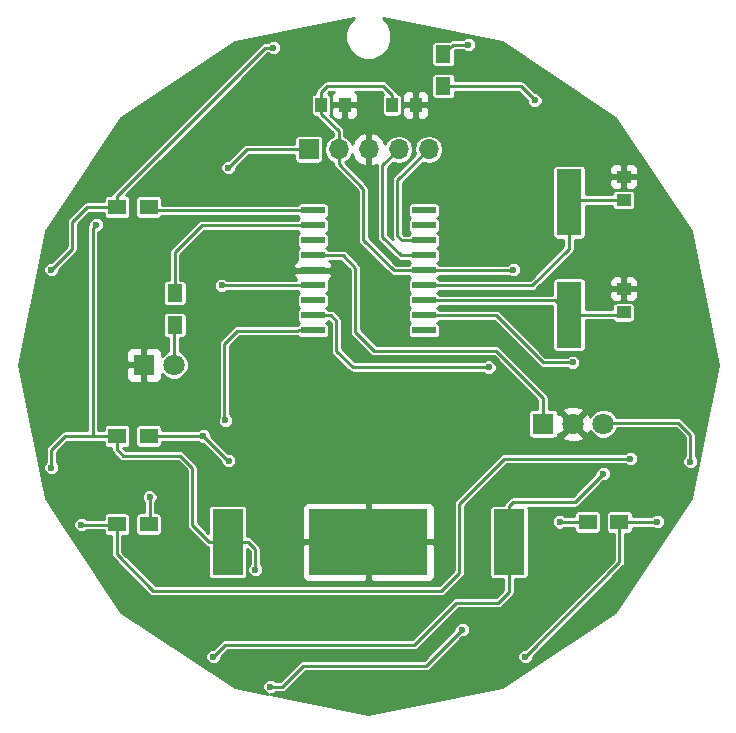
<source format=gbl>
G04 #@! TF.FileFunction,Copper,L2,Bot,Signal*
%FSLAX46Y46*%
G04 Gerber Fmt 4.6, Leading zero omitted, Abs format (unit mm)*
G04 Created by KiCad (PCBNEW 4.0.7) date Thursday, May 03, 2018 'AMt' 10:03:59 AM*
%MOMM*%
%LPD*%
G01*
G04 APERTURE LIST*
%ADD10C,0.100000*%
%ADD11R,2.600000X5.560000*%
%ADD12R,10.000000X5.560000*%
%ADD13R,1.000000X1.250000*%
%ADD14R,1.250000X1.000000*%
%ADD15R,1.800000X1.800000*%
%ADD16C,1.800000*%
%ADD17R,1.700000X1.700000*%
%ADD18O,1.700000X1.700000*%
%ADD19R,1.300000X1.500000*%
%ADD20R,1.500000X1.300000*%
%ADD21R,2.000000X0.600000*%
%ADD22R,2.100000X5.600000*%
%ADD23C,0.600000*%
%ADD24C,0.250000*%
%ADD25C,0.254000*%
G04 APERTURE END LIST*
D10*
D11*
X88095000Y-115000000D03*
D12*
X100000000Y-115000000D03*
D11*
X111905000Y-115000000D03*
D13*
X96000000Y-78000000D03*
X98000000Y-78000000D03*
X102000000Y-78000000D03*
X104000000Y-78000000D03*
D14*
X121610000Y-95570000D03*
X121610000Y-93570000D03*
X121610000Y-86060000D03*
X121610000Y-84060000D03*
D15*
X81000000Y-100000000D03*
D16*
X83540000Y-100000000D03*
D17*
X94940000Y-81750000D03*
D18*
X97480000Y-81750000D03*
X100020000Y-81750000D03*
X102560000Y-81750000D03*
X105100000Y-81750000D03*
D19*
X106350000Y-73700000D03*
X106350000Y-76400000D03*
D20*
X78700000Y-113500000D03*
X81400000Y-113500000D03*
X78700000Y-86640000D03*
X81400000Y-86640000D03*
X121260000Y-113320000D03*
X118560000Y-113320000D03*
X78700000Y-106030000D03*
X81400000Y-106030000D03*
D19*
X83610000Y-93910000D03*
X83610000Y-96610000D03*
D21*
X95300000Y-97080000D03*
X95300000Y-95810000D03*
X95300000Y-94540000D03*
X95300000Y-93270000D03*
X95300000Y-92000000D03*
X95300000Y-90730000D03*
X95300000Y-89460000D03*
X95300000Y-88190000D03*
X95300000Y-86920000D03*
X104700000Y-86920000D03*
X104700000Y-88190000D03*
X104700000Y-89460000D03*
X104700000Y-90730000D03*
X104700000Y-92000000D03*
X104700000Y-93270000D03*
X104700000Y-94540000D03*
X104700000Y-95810000D03*
X104700000Y-97080000D03*
D22*
X117000000Y-95750000D03*
X117000000Y-86250000D03*
D15*
X114800000Y-105000000D03*
D16*
X117340000Y-105000000D03*
X119880000Y-105000000D03*
D23*
X100076000Y-78994000D03*
X90424000Y-84582000D03*
X90424000Y-90932000D03*
X76962000Y-88138000D03*
X112268000Y-91948000D03*
X90424000Y-117348000D03*
X86868000Y-124714000D03*
X73152000Y-108712000D03*
X119888000Y-109220000D03*
X127254000Y-108204000D03*
X88138000Y-83312000D03*
X88170000Y-108120000D03*
X86030000Y-106030000D03*
X87580000Y-93280000D03*
X108458000Y-72898000D03*
X107950000Y-122428000D03*
X91694000Y-127254000D03*
X73152000Y-91948000D03*
X91948000Y-73152000D03*
X122174000Y-107950000D03*
X75692000Y-113538000D03*
X113284000Y-124714000D03*
X124460000Y-113284000D03*
X114100000Y-77600000D03*
X117300000Y-99800000D03*
X81500000Y-111200000D03*
X87900000Y-104700000D03*
X116200000Y-113300000D03*
X110200000Y-100200000D03*
D24*
X99484264Y-77978000D02*
X99462264Y-78000000D01*
X99462264Y-78000000D02*
X98000000Y-78000000D01*
X100076000Y-78994000D02*
X100076000Y-78569736D01*
X100076000Y-78569736D02*
X99484264Y-77978000D01*
X95300000Y-92000000D02*
X91492000Y-92000000D01*
X91492000Y-92000000D02*
X90424000Y-90932000D01*
X74310000Y-106030000D02*
X76708000Y-106030000D01*
X76662001Y-105984001D02*
X76708000Y-106030000D01*
X76708000Y-106030000D02*
X78700000Y-106030000D01*
X76962000Y-88138000D02*
X76662001Y-88437999D01*
X76662001Y-88437999D02*
X76662001Y-105984001D01*
X79248000Y-107696000D02*
X78700000Y-107148000D01*
X78700000Y-107148000D02*
X78700000Y-106030000D01*
X84074000Y-107696000D02*
X79248000Y-107696000D01*
X104700000Y-92000000D02*
X112216000Y-92000000D01*
X112216000Y-92000000D02*
X112268000Y-91948000D01*
X99568000Y-85090000D02*
X97480000Y-83002000D01*
X97480000Y-83002000D02*
X97480000Y-81750000D01*
X99568000Y-89408000D02*
X99568000Y-85090000D01*
X102160000Y-92000000D02*
X99568000Y-89408000D01*
X104700000Y-92000000D02*
X102160000Y-92000000D01*
X90424000Y-115570000D02*
X89854000Y-115000000D01*
X89854000Y-115000000D02*
X88095000Y-115000000D01*
X90424000Y-117348000D02*
X90424000Y-115570000D01*
X110998000Y-120142000D02*
X111905000Y-119235000D01*
X111905000Y-119235000D02*
X111905000Y-115000000D01*
X107442000Y-120142000D02*
X110998000Y-120142000D01*
X103886000Y-123698000D02*
X107442000Y-120142000D01*
X87884000Y-123698000D02*
X103886000Y-123698000D01*
X86868000Y-124714000D02*
X87884000Y-123698000D01*
X73152000Y-108712000D02*
X73152000Y-107188000D01*
X73152000Y-107188000D02*
X74310000Y-106030000D01*
X85090000Y-108712000D02*
X84074000Y-107696000D01*
X85090000Y-113545000D02*
X85090000Y-108712000D01*
X88095000Y-115000000D02*
X86545000Y-115000000D01*
X86545000Y-115000000D02*
X85090000Y-113545000D01*
X117501000Y-111607000D02*
X119888000Y-109220000D01*
X112268000Y-111607000D02*
X117501000Y-111607000D01*
X111905000Y-115000000D02*
X111905000Y-111970000D01*
X111905000Y-111970000D02*
X112268000Y-111607000D01*
X127254000Y-108204000D02*
X127254000Y-105918000D01*
X127254000Y-105918000D02*
X126238000Y-104902000D01*
X126238000Y-104902000D02*
X119978000Y-104902000D01*
X119978000Y-104902000D02*
X119880000Y-105000000D01*
X97480000Y-81750000D02*
X97480000Y-80208000D01*
X97480000Y-80208000D02*
X96000000Y-78728000D01*
X96000000Y-78728000D02*
X96000000Y-78000000D01*
X102000000Y-78000000D02*
X102000000Y-77125000D01*
X102000000Y-77125000D02*
X101275000Y-76400000D01*
X101275000Y-76400000D02*
X96500000Y-76400000D01*
X96500000Y-76400000D02*
X96000000Y-76900000D01*
X96000000Y-76900000D02*
X96000000Y-78000000D01*
X83602000Y-106030000D02*
X81400000Y-106030000D01*
X88138000Y-83312000D02*
X89700000Y-81750000D01*
X89700000Y-81750000D02*
X94940000Y-81750000D01*
X86030000Y-106030000D02*
X88120000Y-108120000D01*
X88120000Y-108120000D02*
X88170000Y-108120000D01*
X86030000Y-106030000D02*
X83602000Y-106030000D01*
X94050000Y-93270000D02*
X87590000Y-93270000D01*
X87590000Y-93270000D02*
X87580000Y-93280000D01*
X95300000Y-93270000D02*
X94050000Y-93270000D01*
X108458000Y-72898000D02*
X107152000Y-72898000D01*
X107152000Y-72898000D02*
X106350000Y-73700000D01*
X104140000Y-125476000D02*
X104902000Y-125476000D01*
X104902000Y-125476000D02*
X107950000Y-122428000D01*
X94488000Y-125476000D02*
X104140000Y-125476000D01*
X92710000Y-127254000D02*
X94488000Y-125476000D01*
X91694000Y-127254000D02*
X92710000Y-127254000D01*
X74930000Y-87884000D02*
X76174000Y-86640000D01*
X76174000Y-86640000D02*
X78700000Y-86640000D01*
X74930000Y-90170000D02*
X74930000Y-87884000D01*
X73152000Y-91948000D02*
X74930000Y-90170000D01*
X91288000Y-73152000D02*
X91948000Y-73152000D01*
X78700000Y-86640000D02*
X78700000Y-85740000D01*
X78700000Y-85740000D02*
X91288000Y-73152000D01*
X122174000Y-107950000D02*
X111506000Y-107950000D01*
X111506000Y-107950000D02*
X107696000Y-111760000D01*
X107696000Y-111760000D02*
X107696000Y-117602000D01*
X107696000Y-117602000D02*
X106172000Y-119126000D01*
X106172000Y-119126000D02*
X81788000Y-119126000D01*
X81788000Y-119126000D02*
X78700000Y-116038000D01*
X78700000Y-116038000D02*
X78700000Y-113500000D01*
X75692000Y-113538000D02*
X78662000Y-113538000D01*
X78662000Y-113538000D02*
X78700000Y-113500000D01*
X121260000Y-113320000D02*
X121260000Y-116738000D01*
X121260000Y-116738000D02*
X113284000Y-124714000D01*
X121260000Y-113320000D02*
X124424000Y-113320000D01*
X124424000Y-113320000D02*
X124460000Y-113284000D01*
X83540000Y-100000000D02*
X83540000Y-96680000D01*
X83540000Y-96680000D02*
X83610000Y-96610000D01*
X104700000Y-90730000D02*
X102760000Y-90730000D01*
X102760000Y-90730000D02*
X101200000Y-89170000D01*
X101200000Y-89170000D02*
X101200000Y-83110000D01*
X101200000Y-83110000D02*
X102560000Y-81750000D01*
X104700000Y-89460000D02*
X102830000Y-89460000D01*
X102830000Y-89460000D02*
X102470000Y-89100000D01*
X102470000Y-89100000D02*
X102470000Y-84380000D01*
X102470000Y-84380000D02*
X105100000Y-81750000D01*
X114100000Y-77600000D02*
X112900000Y-76400000D01*
X112900000Y-76400000D02*
X106350000Y-76400000D01*
X110810000Y-95810000D02*
X114800000Y-99800000D01*
X114800000Y-99800000D02*
X117300000Y-99800000D01*
X104700000Y-95810000D02*
X110810000Y-95810000D01*
X81500000Y-111200000D02*
X81500000Y-113470000D01*
X81500000Y-113470000D02*
X81470000Y-113500000D01*
X87800000Y-98200000D02*
X87800000Y-104400000D01*
X87800000Y-104400000D02*
X87800000Y-104600000D01*
X87900000Y-104700000D02*
X87900000Y-104500000D01*
X87900000Y-104500000D02*
X87800000Y-104400000D01*
X88900000Y-97100000D02*
X87800000Y-98200000D01*
X94030000Y-97100000D02*
X88900000Y-97100000D01*
X95300000Y-97080000D02*
X94050000Y-97080000D01*
X94050000Y-97080000D02*
X94030000Y-97100000D01*
X116200000Y-113300000D02*
X118540000Y-113300000D01*
X118540000Y-113300000D02*
X118560000Y-113320000D01*
X97300000Y-98800000D02*
X98700000Y-100200000D01*
X98700000Y-100200000D02*
X110200000Y-100200000D01*
X97300000Y-96300000D02*
X97300000Y-98800000D01*
X96800000Y-95800000D02*
X97300000Y-96300000D01*
X96010000Y-95800000D02*
X96800000Y-95800000D01*
X95300000Y-95810000D02*
X96000000Y-95810000D01*
X96000000Y-95810000D02*
X96010000Y-95800000D01*
X85910000Y-88190000D02*
X83610000Y-90490000D01*
X83610000Y-90490000D02*
X83610000Y-93910000D01*
X95300000Y-88190000D02*
X85910000Y-88190000D01*
X95300000Y-90730000D02*
X97830000Y-90730000D01*
X114800000Y-102800000D02*
X114800000Y-105000000D01*
X97830000Y-90730000D02*
X98900000Y-91800000D01*
X98900000Y-91800000D02*
X98900000Y-97200000D01*
X98900000Y-97200000D02*
X100500000Y-98800000D01*
X100500000Y-98800000D02*
X110800000Y-98800000D01*
X110800000Y-98800000D02*
X114800000Y-102800000D01*
X117000000Y-95750000D02*
X121430000Y-95750000D01*
X121430000Y-95750000D02*
X121610000Y-95570000D01*
X104700000Y-94540000D02*
X115790000Y-94540000D01*
X115790000Y-94540000D02*
X117000000Y-95750000D01*
X121610000Y-86060000D02*
X117190000Y-86060000D01*
X117190000Y-86060000D02*
X117000000Y-86250000D01*
X113890000Y-93270000D02*
X117000000Y-90160000D01*
X117000000Y-90160000D02*
X117000000Y-86250000D01*
X104700000Y-93270000D02*
X113890000Y-93270000D01*
X95300000Y-86920000D02*
X81680000Y-86920000D01*
X81680000Y-86920000D02*
X81400000Y-86640000D01*
D25*
G36*
X98343598Y-71091135D02*
X98045340Y-71809420D01*
X98044661Y-72587168D01*
X98341665Y-73305972D01*
X98891135Y-73856402D01*
X99609420Y-74154660D01*
X100387168Y-74155339D01*
X101105972Y-73858335D01*
X101656402Y-73308865D01*
X101805415Y-72950000D01*
X105338046Y-72950000D01*
X105338046Y-74450000D01*
X105362800Y-74581555D01*
X105440549Y-74702380D01*
X105559180Y-74783437D01*
X105700000Y-74811954D01*
X107000000Y-74811954D01*
X107131555Y-74787200D01*
X107252380Y-74709451D01*
X107333437Y-74590820D01*
X107361954Y-74450000D01*
X107361954Y-73378000D01*
X108011660Y-73378000D01*
X108086488Y-73452958D01*
X108327141Y-73552886D01*
X108587716Y-73553113D01*
X108828543Y-73453606D01*
X109012958Y-73269512D01*
X109112886Y-73028859D01*
X109113113Y-72768284D01*
X109013606Y-72527457D01*
X108829512Y-72343042D01*
X108588859Y-72243114D01*
X108328284Y-72242887D01*
X108087457Y-72342394D01*
X108011719Y-72418000D01*
X107152000Y-72418000D01*
X106968312Y-72454538D01*
X106812589Y-72558589D01*
X106783132Y-72588046D01*
X105700000Y-72588046D01*
X105568445Y-72612800D01*
X105447620Y-72690549D01*
X105366563Y-72809180D01*
X105338046Y-72950000D01*
X101805415Y-72950000D01*
X101954660Y-72590580D01*
X101955339Y-71812832D01*
X101658335Y-71094028D01*
X101242104Y-70677070D01*
X111315949Y-72680882D01*
X120909148Y-79090852D01*
X127319118Y-88684051D01*
X129570000Y-100000000D01*
X127319118Y-111315949D01*
X120909148Y-120909148D01*
X111315949Y-127319118D01*
X100000000Y-129570000D01*
X91649393Y-127908961D01*
X91823716Y-127909113D01*
X92064543Y-127809606D01*
X92140281Y-127734000D01*
X92710000Y-127734000D01*
X92893688Y-127697462D01*
X93049411Y-127593411D01*
X94686822Y-125956000D01*
X104902000Y-125956000D01*
X105085688Y-125919462D01*
X105241411Y-125815411D01*
X106213106Y-124843716D01*
X112628887Y-124843716D01*
X112728394Y-125084543D01*
X112912488Y-125268958D01*
X113153141Y-125368886D01*
X113413716Y-125369113D01*
X113654543Y-125269606D01*
X113838958Y-125085512D01*
X113938886Y-124844859D01*
X113938979Y-124737843D01*
X121599411Y-117077412D01*
X121703462Y-116921688D01*
X121729180Y-116792394D01*
X121740000Y-116738000D01*
X121740000Y-114331954D01*
X122010000Y-114331954D01*
X122141555Y-114307200D01*
X122262380Y-114229451D01*
X122343437Y-114110820D01*
X122371954Y-113970000D01*
X122371954Y-113800000D01*
X124049598Y-113800000D01*
X124088488Y-113838958D01*
X124329141Y-113938886D01*
X124589716Y-113939113D01*
X124830543Y-113839606D01*
X125014958Y-113655512D01*
X125114886Y-113414859D01*
X125115113Y-113154284D01*
X125015606Y-112913457D01*
X124831512Y-112729042D01*
X124590859Y-112629114D01*
X124330284Y-112628887D01*
X124089457Y-112728394D01*
X123977656Y-112840000D01*
X122371954Y-112840000D01*
X122371954Y-112670000D01*
X122347200Y-112538445D01*
X122269451Y-112417620D01*
X122150820Y-112336563D01*
X122010000Y-112308046D01*
X120510000Y-112308046D01*
X120378445Y-112332800D01*
X120257620Y-112410549D01*
X120176563Y-112529180D01*
X120148046Y-112670000D01*
X120148046Y-113970000D01*
X120172800Y-114101555D01*
X120250549Y-114222380D01*
X120369180Y-114303437D01*
X120510000Y-114331954D01*
X120780000Y-114331954D01*
X120780000Y-116539177D01*
X113260199Y-124058979D01*
X113154284Y-124058887D01*
X112913457Y-124158394D01*
X112729042Y-124342488D01*
X112629114Y-124583141D01*
X112628887Y-124843716D01*
X106213106Y-124843716D01*
X107973801Y-123083021D01*
X108079716Y-123083113D01*
X108320543Y-122983606D01*
X108504958Y-122799512D01*
X108604886Y-122558859D01*
X108605113Y-122298284D01*
X108505606Y-122057457D01*
X108321512Y-121873042D01*
X108080859Y-121773114D01*
X107820284Y-121772887D01*
X107579457Y-121872394D01*
X107395042Y-122056488D01*
X107295114Y-122297141D01*
X107295021Y-122404157D01*
X104703178Y-124996000D01*
X94488000Y-124996000D01*
X94304312Y-125032538D01*
X94148589Y-125136589D01*
X92511178Y-126774000D01*
X92140340Y-126774000D01*
X92065512Y-126699042D01*
X91824859Y-126599114D01*
X91564284Y-126598887D01*
X91323457Y-126698394D01*
X91139042Y-126882488D01*
X91039114Y-127123141D01*
X91038887Y-127383716D01*
X91138394Y-127624543D01*
X91322488Y-127808958D01*
X91484179Y-127876098D01*
X88684051Y-127319118D01*
X84979350Y-124843716D01*
X86212887Y-124843716D01*
X86312394Y-125084543D01*
X86496488Y-125268958D01*
X86737141Y-125368886D01*
X86997716Y-125369113D01*
X87238543Y-125269606D01*
X87422958Y-125085512D01*
X87522886Y-124844859D01*
X87522979Y-124737843D01*
X88082822Y-124178000D01*
X103886000Y-124178000D01*
X104069688Y-124141462D01*
X104225411Y-124037411D01*
X107640823Y-120622000D01*
X110998000Y-120622000D01*
X111181688Y-120585462D01*
X111337411Y-120481411D01*
X112244411Y-119574411D01*
X112348462Y-119418688D01*
X112385000Y-119235000D01*
X112385000Y-118141954D01*
X113205000Y-118141954D01*
X113336555Y-118117200D01*
X113457380Y-118039451D01*
X113538437Y-117920820D01*
X113566954Y-117780000D01*
X113566954Y-113429716D01*
X115544887Y-113429716D01*
X115644394Y-113670543D01*
X115828488Y-113854958D01*
X116069141Y-113954886D01*
X116329716Y-113955113D01*
X116570543Y-113855606D01*
X116646281Y-113780000D01*
X117448046Y-113780000D01*
X117448046Y-113970000D01*
X117472800Y-114101555D01*
X117550549Y-114222380D01*
X117669180Y-114303437D01*
X117810000Y-114331954D01*
X119310000Y-114331954D01*
X119441555Y-114307200D01*
X119562380Y-114229451D01*
X119643437Y-114110820D01*
X119671954Y-113970000D01*
X119671954Y-112670000D01*
X119647200Y-112538445D01*
X119569451Y-112417620D01*
X119450820Y-112336563D01*
X119310000Y-112308046D01*
X117810000Y-112308046D01*
X117678445Y-112332800D01*
X117557620Y-112410549D01*
X117476563Y-112529180D01*
X117448046Y-112670000D01*
X117448046Y-112820000D01*
X116646340Y-112820000D01*
X116571512Y-112745042D01*
X116330859Y-112645114D01*
X116070284Y-112644887D01*
X115829457Y-112744394D01*
X115645042Y-112928488D01*
X115545114Y-113169141D01*
X115544887Y-113429716D01*
X113566954Y-113429716D01*
X113566954Y-112220000D01*
X113542200Y-112088445D01*
X113541270Y-112087000D01*
X117501000Y-112087000D01*
X117684688Y-112050462D01*
X117840411Y-111946411D01*
X119911801Y-109875021D01*
X120017716Y-109875113D01*
X120258543Y-109775606D01*
X120442958Y-109591512D01*
X120542886Y-109350859D01*
X120543113Y-109090284D01*
X120443606Y-108849457D01*
X120259512Y-108665042D01*
X120018859Y-108565114D01*
X119758284Y-108564887D01*
X119517457Y-108664394D01*
X119333042Y-108848488D01*
X119233114Y-109089141D01*
X119233021Y-109196157D01*
X117302178Y-111127000D01*
X112268000Y-111127000D01*
X112084312Y-111163538D01*
X111928589Y-111267588D01*
X111565589Y-111630589D01*
X111461538Y-111786312D01*
X111447269Y-111858046D01*
X110605000Y-111858046D01*
X110473445Y-111882800D01*
X110352620Y-111960549D01*
X110271563Y-112079180D01*
X110243046Y-112220000D01*
X110243046Y-117780000D01*
X110267800Y-117911555D01*
X110345549Y-118032380D01*
X110464180Y-118113437D01*
X110605000Y-118141954D01*
X111425000Y-118141954D01*
X111425000Y-119036178D01*
X110799178Y-119662000D01*
X107442000Y-119662000D01*
X107258312Y-119698538D01*
X107102588Y-119802589D01*
X103687178Y-123218000D01*
X87884000Y-123218000D01*
X87700312Y-123254538D01*
X87544589Y-123358589D01*
X86844199Y-124058979D01*
X86738284Y-124058887D01*
X86497457Y-124158394D01*
X86313042Y-124342488D01*
X86213114Y-124583141D01*
X86212887Y-124843716D01*
X84979350Y-124843716D01*
X79090852Y-120909148D01*
X74252283Y-113667716D01*
X75036887Y-113667716D01*
X75136394Y-113908543D01*
X75320488Y-114092958D01*
X75561141Y-114192886D01*
X75821716Y-114193113D01*
X76062543Y-114093606D01*
X76138281Y-114018000D01*
X77588046Y-114018000D01*
X77588046Y-114150000D01*
X77612800Y-114281555D01*
X77690549Y-114402380D01*
X77809180Y-114483437D01*
X77950000Y-114511954D01*
X78220000Y-114511954D01*
X78220000Y-116038000D01*
X78256538Y-116221688D01*
X78360589Y-116377411D01*
X81448588Y-119465411D01*
X81604312Y-119569462D01*
X81788000Y-119606000D01*
X106172000Y-119606000D01*
X106355688Y-119569462D01*
X106511411Y-119465411D01*
X108035411Y-117941412D01*
X108139462Y-117785688D01*
X108152818Y-117718543D01*
X108176000Y-117602000D01*
X108176000Y-111958822D01*
X111704822Y-108430000D01*
X121727660Y-108430000D01*
X121802488Y-108504958D01*
X122043141Y-108604886D01*
X122303716Y-108605113D01*
X122544543Y-108505606D01*
X122728958Y-108321512D01*
X122828886Y-108080859D01*
X122829113Y-107820284D01*
X122729606Y-107579457D01*
X122545512Y-107395042D01*
X122304859Y-107295114D01*
X122044284Y-107294887D01*
X121803457Y-107394394D01*
X121727719Y-107470000D01*
X111506000Y-107470000D01*
X111322312Y-107506538D01*
X111166589Y-107610589D01*
X107356589Y-111420589D01*
X107252538Y-111576312D01*
X107216000Y-111760000D01*
X107216000Y-117403177D01*
X105973178Y-118646000D01*
X81986823Y-118646000D01*
X79180000Y-115839178D01*
X79180000Y-114511954D01*
X79450000Y-114511954D01*
X79581555Y-114487200D01*
X79702380Y-114409451D01*
X79783437Y-114290820D01*
X79811954Y-114150000D01*
X79811954Y-112850000D01*
X80288046Y-112850000D01*
X80288046Y-114150000D01*
X80312800Y-114281555D01*
X80390549Y-114402380D01*
X80509180Y-114483437D01*
X80650000Y-114511954D01*
X82150000Y-114511954D01*
X82281555Y-114487200D01*
X82402380Y-114409451D01*
X82483437Y-114290820D01*
X82511954Y-114150000D01*
X82511954Y-112850000D01*
X82487200Y-112718445D01*
X82409451Y-112597620D01*
X82290820Y-112516563D01*
X82150000Y-112488046D01*
X81980000Y-112488046D01*
X81980000Y-111646340D01*
X82054958Y-111571512D01*
X82154886Y-111330859D01*
X82155113Y-111070284D01*
X82055606Y-110829457D01*
X81871512Y-110645042D01*
X81630859Y-110545114D01*
X81370284Y-110544887D01*
X81129457Y-110644394D01*
X80945042Y-110828488D01*
X80845114Y-111069141D01*
X80844887Y-111329716D01*
X80944394Y-111570543D01*
X81020000Y-111646281D01*
X81020000Y-112488046D01*
X80650000Y-112488046D01*
X80518445Y-112512800D01*
X80397620Y-112590549D01*
X80316563Y-112709180D01*
X80288046Y-112850000D01*
X79811954Y-112850000D01*
X79787200Y-112718445D01*
X79709451Y-112597620D01*
X79590820Y-112516563D01*
X79450000Y-112488046D01*
X77950000Y-112488046D01*
X77818445Y-112512800D01*
X77697620Y-112590549D01*
X77616563Y-112709180D01*
X77588046Y-112850000D01*
X77588046Y-113058000D01*
X76138340Y-113058000D01*
X76063512Y-112983042D01*
X75822859Y-112883114D01*
X75562284Y-112882887D01*
X75321457Y-112982394D01*
X75137042Y-113166488D01*
X75037114Y-113407141D01*
X75036887Y-113667716D01*
X74252283Y-113667716D01*
X72680882Y-111315949D01*
X72188727Y-108841716D01*
X72496887Y-108841716D01*
X72596394Y-109082543D01*
X72780488Y-109266958D01*
X73021141Y-109366886D01*
X73281716Y-109367113D01*
X73522543Y-109267606D01*
X73706958Y-109083512D01*
X73806886Y-108842859D01*
X73807113Y-108582284D01*
X73707606Y-108341457D01*
X73632000Y-108265719D01*
X73632000Y-107386822D01*
X74508822Y-106510000D01*
X77588046Y-106510000D01*
X77588046Y-106680000D01*
X77612800Y-106811555D01*
X77690549Y-106932380D01*
X77809180Y-107013437D01*
X77950000Y-107041954D01*
X78220000Y-107041954D01*
X78220000Y-107148000D01*
X78256538Y-107331688D01*
X78360589Y-107487411D01*
X78908589Y-108035411D01*
X79064312Y-108139462D01*
X79248000Y-108176000D01*
X83875178Y-108176000D01*
X84610000Y-108910822D01*
X84610000Y-113545000D01*
X84646538Y-113728688D01*
X84750589Y-113884411D01*
X86205589Y-115339411D01*
X86361312Y-115443462D01*
X86433046Y-115457731D01*
X86433046Y-117780000D01*
X86457800Y-117911555D01*
X86535549Y-118032380D01*
X86654180Y-118113437D01*
X86795000Y-118141954D01*
X89395000Y-118141954D01*
X89526555Y-118117200D01*
X89647380Y-118039451D01*
X89728437Y-117920820D01*
X89756954Y-117780000D01*
X89756954Y-115581776D01*
X89944000Y-115768822D01*
X89944000Y-116901660D01*
X89869042Y-116976488D01*
X89769114Y-117217141D01*
X89768887Y-117477716D01*
X89868394Y-117718543D01*
X90052488Y-117902958D01*
X90293141Y-118002886D01*
X90553716Y-118003113D01*
X90794543Y-117903606D01*
X90978958Y-117719512D01*
X91078886Y-117478859D01*
X91079113Y-117218284D01*
X90979606Y-116977457D01*
X90904000Y-116901719D01*
X90904000Y-115570000D01*
X90867462Y-115386312D01*
X90800269Y-115285750D01*
X94365000Y-115285750D01*
X94365000Y-117906310D01*
X94461673Y-118139699D01*
X94640302Y-118318327D01*
X94873691Y-118415000D01*
X99714250Y-118415000D01*
X99873000Y-118256250D01*
X99873000Y-115127000D01*
X100127000Y-115127000D01*
X100127000Y-118256250D01*
X100285750Y-118415000D01*
X105126309Y-118415000D01*
X105359698Y-118318327D01*
X105538327Y-118139699D01*
X105635000Y-117906310D01*
X105635000Y-115285750D01*
X105476250Y-115127000D01*
X100127000Y-115127000D01*
X99873000Y-115127000D01*
X94523750Y-115127000D01*
X94365000Y-115285750D01*
X90800269Y-115285750D01*
X90763411Y-115230589D01*
X90193411Y-114660589D01*
X90037688Y-114556538D01*
X89854000Y-114520000D01*
X89756954Y-114520000D01*
X89756954Y-112220000D01*
X89733187Y-112093690D01*
X94365000Y-112093690D01*
X94365000Y-114714250D01*
X94523750Y-114873000D01*
X99873000Y-114873000D01*
X99873000Y-111743750D01*
X100127000Y-111743750D01*
X100127000Y-114873000D01*
X105476250Y-114873000D01*
X105635000Y-114714250D01*
X105635000Y-112093690D01*
X105538327Y-111860301D01*
X105359698Y-111681673D01*
X105126309Y-111585000D01*
X100285750Y-111585000D01*
X100127000Y-111743750D01*
X99873000Y-111743750D01*
X99714250Y-111585000D01*
X94873691Y-111585000D01*
X94640302Y-111681673D01*
X94461673Y-111860301D01*
X94365000Y-112093690D01*
X89733187Y-112093690D01*
X89732200Y-112088445D01*
X89654451Y-111967620D01*
X89535820Y-111886563D01*
X89395000Y-111858046D01*
X86795000Y-111858046D01*
X86663445Y-111882800D01*
X86542620Y-111960549D01*
X86461563Y-112079180D01*
X86433046Y-112220000D01*
X86433046Y-114209224D01*
X85570000Y-113346178D01*
X85570000Y-108712000D01*
X85533462Y-108528312D01*
X85429411Y-108372589D01*
X84413411Y-107356589D01*
X84257688Y-107252538D01*
X84074000Y-107216000D01*
X79446822Y-107216000D01*
X79272776Y-107041954D01*
X79450000Y-107041954D01*
X79581555Y-107017200D01*
X79702380Y-106939451D01*
X79783437Y-106820820D01*
X79811954Y-106680000D01*
X79811954Y-105380000D01*
X80288046Y-105380000D01*
X80288046Y-106680000D01*
X80312800Y-106811555D01*
X80390549Y-106932380D01*
X80509180Y-107013437D01*
X80650000Y-107041954D01*
X82150000Y-107041954D01*
X82281555Y-107017200D01*
X82402380Y-106939451D01*
X82483437Y-106820820D01*
X82511954Y-106680000D01*
X82511954Y-106510000D01*
X85583660Y-106510000D01*
X85658488Y-106584958D01*
X85899141Y-106684886D01*
X86006157Y-106684979D01*
X87514936Y-108193758D01*
X87514887Y-108249716D01*
X87614394Y-108490543D01*
X87798488Y-108674958D01*
X88039141Y-108774886D01*
X88299716Y-108775113D01*
X88540543Y-108675606D01*
X88724958Y-108491512D01*
X88824886Y-108250859D01*
X88825113Y-107990284D01*
X88725606Y-107749457D01*
X88541512Y-107565042D01*
X88300859Y-107465114D01*
X88143799Y-107464977D01*
X86685021Y-106006199D01*
X86685113Y-105900284D01*
X86585606Y-105659457D01*
X86401512Y-105475042D01*
X86160859Y-105375114D01*
X85900284Y-105374887D01*
X85659457Y-105474394D01*
X85583719Y-105550000D01*
X82511954Y-105550000D01*
X82511954Y-105380000D01*
X82487200Y-105248445D01*
X82409451Y-105127620D01*
X82290820Y-105046563D01*
X82150000Y-105018046D01*
X80650000Y-105018046D01*
X80518445Y-105042800D01*
X80397620Y-105120549D01*
X80316563Y-105239180D01*
X80288046Y-105380000D01*
X79811954Y-105380000D01*
X79787200Y-105248445D01*
X79709451Y-105127620D01*
X79590820Y-105046563D01*
X79450000Y-105018046D01*
X77950000Y-105018046D01*
X77818445Y-105042800D01*
X77697620Y-105120549D01*
X77616563Y-105239180D01*
X77588046Y-105380000D01*
X77588046Y-105550000D01*
X77142001Y-105550000D01*
X77142001Y-100285750D01*
X79465000Y-100285750D01*
X79465000Y-101026310D01*
X79561673Y-101259699D01*
X79740302Y-101438327D01*
X79973691Y-101535000D01*
X80714250Y-101535000D01*
X80873000Y-101376250D01*
X80873000Y-100127000D01*
X79623750Y-100127000D01*
X79465000Y-100285750D01*
X77142001Y-100285750D01*
X77142001Y-98973690D01*
X79465000Y-98973690D01*
X79465000Y-99714250D01*
X79623750Y-99873000D01*
X80873000Y-99873000D01*
X80873000Y-98623750D01*
X81127000Y-98623750D01*
X81127000Y-99873000D01*
X81147000Y-99873000D01*
X81147000Y-100127000D01*
X81127000Y-100127000D01*
X81127000Y-101376250D01*
X81285750Y-101535000D01*
X82026309Y-101535000D01*
X82259698Y-101438327D01*
X82438327Y-101259699D01*
X82535000Y-101026310D01*
X82535000Y-100769634D01*
X82828171Y-101063317D01*
X83289270Y-101254782D01*
X83788540Y-101255217D01*
X84249972Y-101064558D01*
X84603317Y-100711829D01*
X84794782Y-100250730D01*
X84795217Y-99751460D01*
X84604558Y-99290028D01*
X84251829Y-98936683D01*
X84020000Y-98840419D01*
X84020000Y-97721954D01*
X84260000Y-97721954D01*
X84391555Y-97697200D01*
X84512380Y-97619451D01*
X84593437Y-97500820D01*
X84621954Y-97360000D01*
X84621954Y-95860000D01*
X84597200Y-95728445D01*
X84519451Y-95607620D01*
X84400820Y-95526563D01*
X84260000Y-95498046D01*
X82960000Y-95498046D01*
X82828445Y-95522800D01*
X82707620Y-95600549D01*
X82626563Y-95719180D01*
X82598046Y-95860000D01*
X82598046Y-97360000D01*
X82622800Y-97491555D01*
X82700549Y-97612380D01*
X82819180Y-97693437D01*
X82960000Y-97721954D01*
X83060000Y-97721954D01*
X83060000Y-98840420D01*
X82830028Y-98935442D01*
X82535000Y-99229956D01*
X82535000Y-98973690D01*
X82438327Y-98740301D01*
X82259698Y-98561673D01*
X82026309Y-98465000D01*
X81285750Y-98465000D01*
X81127000Y-98623750D01*
X80873000Y-98623750D01*
X80714250Y-98465000D01*
X79973691Y-98465000D01*
X79740302Y-98561673D01*
X79561673Y-98740301D01*
X79465000Y-98973690D01*
X77142001Y-98973690D01*
X77142001Y-88772336D01*
X77332543Y-88693606D01*
X77516958Y-88509512D01*
X77616886Y-88268859D01*
X77617113Y-88008284D01*
X77517606Y-87767457D01*
X77333512Y-87583042D01*
X77092859Y-87483114D01*
X76832284Y-87482887D01*
X76591457Y-87582394D01*
X76407042Y-87766488D01*
X76307114Y-88007141D01*
X76307014Y-88121899D01*
X76218539Y-88254311D01*
X76182001Y-88437999D01*
X76182001Y-105550000D01*
X74310000Y-105550000D01*
X74126312Y-105586538D01*
X73970589Y-105690589D01*
X72812589Y-106848589D01*
X72708538Y-107004312D01*
X72672000Y-107188000D01*
X72672000Y-108265660D01*
X72597042Y-108340488D01*
X72497114Y-108581141D01*
X72496887Y-108841716D01*
X72188727Y-108841716D01*
X70430000Y-100000000D01*
X72005840Y-92077716D01*
X72496887Y-92077716D01*
X72596394Y-92318543D01*
X72780488Y-92502958D01*
X73021141Y-92602886D01*
X73281716Y-92603113D01*
X73522543Y-92503606D01*
X73706958Y-92319512D01*
X73806886Y-92078859D01*
X73806979Y-91971843D01*
X75269411Y-90509411D01*
X75373462Y-90353688D01*
X75410000Y-90170000D01*
X75410000Y-88082822D01*
X76372822Y-87120000D01*
X77588046Y-87120000D01*
X77588046Y-87290000D01*
X77612800Y-87421555D01*
X77690549Y-87542380D01*
X77809180Y-87623437D01*
X77950000Y-87651954D01*
X79450000Y-87651954D01*
X79581555Y-87627200D01*
X79702380Y-87549451D01*
X79783437Y-87430820D01*
X79811954Y-87290000D01*
X79811954Y-85990000D01*
X80288046Y-85990000D01*
X80288046Y-87290000D01*
X80312800Y-87421555D01*
X80390549Y-87542380D01*
X80509180Y-87623437D01*
X80650000Y-87651954D01*
X82150000Y-87651954D01*
X82281555Y-87627200D01*
X82402380Y-87549451D01*
X82483437Y-87430820D01*
X82489678Y-87400000D01*
X93993974Y-87400000D01*
X94040549Y-87472380D01*
X94159180Y-87553437D01*
X94165474Y-87554712D01*
X94047620Y-87630549D01*
X93993334Y-87710000D01*
X85910000Y-87710000D01*
X85726312Y-87746538D01*
X85570589Y-87850589D01*
X83270589Y-90150589D01*
X83166538Y-90306312D01*
X83130000Y-90490000D01*
X83130000Y-92798046D01*
X82960000Y-92798046D01*
X82828445Y-92822800D01*
X82707620Y-92900549D01*
X82626563Y-93019180D01*
X82598046Y-93160000D01*
X82598046Y-94660000D01*
X82622800Y-94791555D01*
X82700549Y-94912380D01*
X82819180Y-94993437D01*
X82960000Y-95021954D01*
X84260000Y-95021954D01*
X84391555Y-94997200D01*
X84512380Y-94919451D01*
X84593437Y-94800820D01*
X84621954Y-94660000D01*
X84621954Y-93409716D01*
X86924887Y-93409716D01*
X87024394Y-93650543D01*
X87208488Y-93834958D01*
X87449141Y-93934886D01*
X87709716Y-93935113D01*
X87950543Y-93835606D01*
X88036298Y-93750000D01*
X93993974Y-93750000D01*
X94040549Y-93822380D01*
X94159180Y-93903437D01*
X94165474Y-93904712D01*
X94047620Y-93980549D01*
X93966563Y-94099180D01*
X93938046Y-94240000D01*
X93938046Y-94840000D01*
X93962800Y-94971555D01*
X94040549Y-95092380D01*
X94159180Y-95173437D01*
X94165474Y-95174712D01*
X94047620Y-95250549D01*
X93966563Y-95369180D01*
X93938046Y-95510000D01*
X93938046Y-96110000D01*
X93962800Y-96241555D01*
X94040549Y-96362380D01*
X94159180Y-96443437D01*
X94165474Y-96444712D01*
X94047620Y-96520549D01*
X93984421Y-96613045D01*
X93949454Y-96620000D01*
X88900000Y-96620000D01*
X88716312Y-96656538D01*
X88560589Y-96760589D01*
X87460589Y-97860589D01*
X87356538Y-98016312D01*
X87320000Y-98200000D01*
X87320000Y-104388796D01*
X87245114Y-104569141D01*
X87244887Y-104829716D01*
X87344394Y-105070543D01*
X87528488Y-105254958D01*
X87769141Y-105354886D01*
X88029716Y-105355113D01*
X88270543Y-105255606D01*
X88454958Y-105071512D01*
X88554886Y-104830859D01*
X88555113Y-104570284D01*
X88455606Y-104329457D01*
X88280000Y-104153545D01*
X88280000Y-98398822D01*
X89098822Y-97580000D01*
X94006843Y-97580000D01*
X94040549Y-97632380D01*
X94159180Y-97713437D01*
X94300000Y-97741954D01*
X96300000Y-97741954D01*
X96431555Y-97717200D01*
X96552380Y-97639451D01*
X96633437Y-97520820D01*
X96661954Y-97380000D01*
X96661954Y-96780000D01*
X96637200Y-96648445D01*
X96559451Y-96527620D01*
X96440820Y-96446563D01*
X96434526Y-96445288D01*
X96552380Y-96369451D01*
X96608498Y-96287320D01*
X96820000Y-96498822D01*
X96820000Y-98800000D01*
X96856538Y-98983688D01*
X96960589Y-99139411D01*
X98360589Y-100539411D01*
X98516312Y-100643462D01*
X98700000Y-100680000D01*
X109753660Y-100680000D01*
X109828488Y-100754958D01*
X110069141Y-100854886D01*
X110329716Y-100855113D01*
X110570543Y-100755606D01*
X110754958Y-100571512D01*
X110854886Y-100330859D01*
X110855113Y-100070284D01*
X110755606Y-99829457D01*
X110571512Y-99645042D01*
X110330859Y-99545114D01*
X110070284Y-99544887D01*
X109829457Y-99644394D01*
X109753719Y-99720000D01*
X98898822Y-99720000D01*
X97780000Y-98601178D01*
X97780000Y-96300000D01*
X97743462Y-96116312D01*
X97639411Y-95960589D01*
X97139411Y-95460589D01*
X96983688Y-95356538D01*
X96800000Y-95320000D01*
X96599592Y-95320000D01*
X96559451Y-95257620D01*
X96440820Y-95176563D01*
X96434526Y-95175288D01*
X96552380Y-95099451D01*
X96633437Y-94980820D01*
X96661954Y-94840000D01*
X96661954Y-94240000D01*
X96637200Y-94108445D01*
X96559451Y-93987620D01*
X96440820Y-93906563D01*
X96434526Y-93905288D01*
X96552380Y-93829451D01*
X96633437Y-93710820D01*
X96661954Y-93570000D01*
X96661954Y-92970000D01*
X96638806Y-92846981D01*
X96659698Y-92838327D01*
X96838327Y-92659699D01*
X96935000Y-92426310D01*
X96935000Y-92285750D01*
X96776250Y-92127000D01*
X95427000Y-92127000D01*
X95427000Y-92147000D01*
X95173000Y-92147000D01*
X95173000Y-92127000D01*
X93823750Y-92127000D01*
X93665000Y-92285750D01*
X93665000Y-92426310D01*
X93761673Y-92659699D01*
X93891975Y-92790000D01*
X88016357Y-92790000D01*
X87951512Y-92725042D01*
X87710859Y-92625114D01*
X87450284Y-92624887D01*
X87209457Y-92724394D01*
X87025042Y-92908488D01*
X86925114Y-93149141D01*
X86924887Y-93409716D01*
X84621954Y-93409716D01*
X84621954Y-93160000D01*
X84597200Y-93028445D01*
X84519451Y-92907620D01*
X84400820Y-92826563D01*
X84260000Y-92798046D01*
X84090000Y-92798046D01*
X84090000Y-90688822D01*
X86108822Y-88670000D01*
X93993974Y-88670000D01*
X94040549Y-88742380D01*
X94159180Y-88823437D01*
X94165474Y-88824712D01*
X94047620Y-88900549D01*
X93966563Y-89019180D01*
X93938046Y-89160000D01*
X93938046Y-89760000D01*
X93962800Y-89891555D01*
X94040549Y-90012380D01*
X94159180Y-90093437D01*
X94165474Y-90094712D01*
X94047620Y-90170549D01*
X93966563Y-90289180D01*
X93938046Y-90430000D01*
X93938046Y-91030000D01*
X93961194Y-91153019D01*
X93940302Y-91161673D01*
X93761673Y-91340301D01*
X93665000Y-91573690D01*
X93665000Y-91714250D01*
X93823750Y-91873000D01*
X95173000Y-91873000D01*
X95173000Y-91853000D01*
X95427000Y-91853000D01*
X95427000Y-91873000D01*
X96776250Y-91873000D01*
X96935000Y-91714250D01*
X96935000Y-91573690D01*
X96838327Y-91340301D01*
X96708025Y-91210000D01*
X97631178Y-91210000D01*
X98420000Y-91998823D01*
X98420000Y-97200000D01*
X98456538Y-97383688D01*
X98560589Y-97539411D01*
X100160589Y-99139411D01*
X100316312Y-99243462D01*
X100500000Y-99280000D01*
X110601178Y-99280000D01*
X114320000Y-102998822D01*
X114320000Y-103738046D01*
X113900000Y-103738046D01*
X113768445Y-103762800D01*
X113647620Y-103840549D01*
X113566563Y-103959180D01*
X113538046Y-104100000D01*
X113538046Y-105900000D01*
X113562800Y-106031555D01*
X113640549Y-106152380D01*
X113759180Y-106233437D01*
X113900000Y-106261954D01*
X115700000Y-106261954D01*
X115831555Y-106237200D01*
X115952380Y-106159451D01*
X116006557Y-106080159D01*
X116439446Y-106080159D01*
X116525852Y-106336643D01*
X117099336Y-106546458D01*
X117709460Y-106520839D01*
X118154148Y-106336643D01*
X118240554Y-106080159D01*
X117340000Y-105179605D01*
X116439446Y-106080159D01*
X116006557Y-106080159D01*
X116033437Y-106040820D01*
X116061954Y-105900000D01*
X116061954Y-105833889D01*
X116259841Y-105900554D01*
X117160395Y-105000000D01*
X117519605Y-105000000D01*
X118420159Y-105900554D01*
X118676643Y-105814148D01*
X118762041Y-105580731D01*
X118815442Y-105709972D01*
X119168171Y-106063317D01*
X119629270Y-106254782D01*
X120128540Y-106255217D01*
X120589972Y-106064558D01*
X120943317Y-105711829D01*
X121080274Y-105382000D01*
X126039178Y-105382000D01*
X126774000Y-106116822D01*
X126774000Y-107757660D01*
X126699042Y-107832488D01*
X126599114Y-108073141D01*
X126598887Y-108333716D01*
X126698394Y-108574543D01*
X126882488Y-108758958D01*
X127123141Y-108858886D01*
X127383716Y-108859113D01*
X127624543Y-108759606D01*
X127808958Y-108575512D01*
X127908886Y-108334859D01*
X127909113Y-108074284D01*
X127809606Y-107833457D01*
X127734000Y-107757719D01*
X127734000Y-105918000D01*
X127697462Y-105734312D01*
X127593411Y-105578589D01*
X126577411Y-104562589D01*
X126421688Y-104458538D01*
X126238000Y-104422000D01*
X120999087Y-104422000D01*
X120944558Y-104290028D01*
X120591829Y-103936683D01*
X120130730Y-103745218D01*
X119631460Y-103744783D01*
X119170028Y-103935442D01*
X118816683Y-104288171D01*
X118767794Y-104405909D01*
X118676643Y-104185852D01*
X118420159Y-104099446D01*
X117519605Y-105000000D01*
X117160395Y-105000000D01*
X116259841Y-104099446D01*
X116061954Y-104166111D01*
X116061954Y-104100000D01*
X116037200Y-103968445D01*
X116005925Y-103919841D01*
X116439446Y-103919841D01*
X117340000Y-104820395D01*
X118240554Y-103919841D01*
X118154148Y-103663357D01*
X117580664Y-103453542D01*
X116970540Y-103479161D01*
X116525852Y-103663357D01*
X116439446Y-103919841D01*
X116005925Y-103919841D01*
X115959451Y-103847620D01*
X115840820Y-103766563D01*
X115700000Y-103738046D01*
X115280000Y-103738046D01*
X115280000Y-102800000D01*
X115243462Y-102616312D01*
X115139411Y-102460589D01*
X111139411Y-98460589D01*
X110983688Y-98356538D01*
X110800000Y-98320000D01*
X100698822Y-98320000D01*
X99380000Y-97001178D01*
X99380000Y-91800000D01*
X99343462Y-91616312D01*
X99317500Y-91577457D01*
X99239412Y-91460589D01*
X98169411Y-90390589D01*
X98013688Y-90286538D01*
X97830000Y-90250000D01*
X96606026Y-90250000D01*
X96559451Y-90177620D01*
X96440820Y-90096563D01*
X96434526Y-90095288D01*
X96552380Y-90019451D01*
X96633437Y-89900820D01*
X96661954Y-89760000D01*
X96661954Y-89160000D01*
X96637200Y-89028445D01*
X96559451Y-88907620D01*
X96440820Y-88826563D01*
X96434526Y-88825288D01*
X96552380Y-88749451D01*
X96633437Y-88630820D01*
X96661954Y-88490000D01*
X96661954Y-87890000D01*
X96637200Y-87758445D01*
X96559451Y-87637620D01*
X96440820Y-87556563D01*
X96434526Y-87555288D01*
X96552380Y-87479451D01*
X96633437Y-87360820D01*
X96661954Y-87220000D01*
X96661954Y-86620000D01*
X96637200Y-86488445D01*
X96559451Y-86367620D01*
X96440820Y-86286563D01*
X96300000Y-86258046D01*
X94300000Y-86258046D01*
X94168445Y-86282800D01*
X94047620Y-86360549D01*
X93993334Y-86440000D01*
X82511954Y-86440000D01*
X82511954Y-85990000D01*
X82487200Y-85858445D01*
X82409451Y-85737620D01*
X82290820Y-85656563D01*
X82150000Y-85628046D01*
X80650000Y-85628046D01*
X80518445Y-85652800D01*
X80397620Y-85730549D01*
X80316563Y-85849180D01*
X80288046Y-85990000D01*
X79811954Y-85990000D01*
X79787200Y-85858445D01*
X79709451Y-85737620D01*
X79590820Y-85656563D01*
X79483909Y-85634913D01*
X81677106Y-83441716D01*
X87482887Y-83441716D01*
X87582394Y-83682543D01*
X87766488Y-83866958D01*
X88007141Y-83966886D01*
X88267716Y-83967113D01*
X88508543Y-83867606D01*
X88692958Y-83683512D01*
X88792886Y-83442859D01*
X88792979Y-83335843D01*
X89898823Y-82230000D01*
X93728046Y-82230000D01*
X93728046Y-82600000D01*
X93752800Y-82731555D01*
X93830549Y-82852380D01*
X93949180Y-82933437D01*
X94090000Y-82961954D01*
X95790000Y-82961954D01*
X95921555Y-82937200D01*
X96042380Y-82859451D01*
X96123437Y-82740820D01*
X96151954Y-82600000D01*
X96151954Y-80900000D01*
X96127200Y-80768445D01*
X96049451Y-80647620D01*
X95930820Y-80566563D01*
X95790000Y-80538046D01*
X94090000Y-80538046D01*
X93958445Y-80562800D01*
X93837620Y-80640549D01*
X93756563Y-80759180D01*
X93728046Y-80900000D01*
X93728046Y-81270000D01*
X89700000Y-81270000D01*
X89516312Y-81306538D01*
X89360589Y-81410588D01*
X88114199Y-82656979D01*
X88008284Y-82656887D01*
X87767457Y-82756394D01*
X87583042Y-82940488D01*
X87483114Y-83181141D01*
X87482887Y-83441716D01*
X81677106Y-83441716D01*
X87743822Y-77375000D01*
X95138046Y-77375000D01*
X95138046Y-78625000D01*
X95162800Y-78756555D01*
X95240549Y-78877380D01*
X95359180Y-78958437D01*
X95500000Y-78986954D01*
X95606829Y-78986954D01*
X95660589Y-79067411D01*
X97000000Y-80406822D01*
X97000000Y-80625724D01*
X96627936Y-80874329D01*
X96366725Y-81265259D01*
X96275000Y-81726393D01*
X96275000Y-81773607D01*
X96366725Y-82234741D01*
X96627936Y-82625671D01*
X97000000Y-82874276D01*
X97000000Y-83002000D01*
X97036538Y-83185688D01*
X97140589Y-83341411D01*
X99088000Y-85288822D01*
X99088000Y-89408000D01*
X99124538Y-89591688D01*
X99228589Y-89747411D01*
X101820589Y-92339412D01*
X101958492Y-92431555D01*
X101976312Y-92443462D01*
X102160000Y-92480000D01*
X103393974Y-92480000D01*
X103440549Y-92552380D01*
X103559180Y-92633437D01*
X103565474Y-92634712D01*
X103447620Y-92710549D01*
X103366563Y-92829180D01*
X103338046Y-92970000D01*
X103338046Y-93570000D01*
X103362800Y-93701555D01*
X103440549Y-93822380D01*
X103559180Y-93903437D01*
X103565474Y-93904712D01*
X103447620Y-93980549D01*
X103366563Y-94099180D01*
X103338046Y-94240000D01*
X103338046Y-94840000D01*
X103362800Y-94971555D01*
X103440549Y-95092380D01*
X103559180Y-95173437D01*
X103565474Y-95174712D01*
X103447620Y-95250549D01*
X103366563Y-95369180D01*
X103338046Y-95510000D01*
X103338046Y-96110000D01*
X103362800Y-96241555D01*
X103440549Y-96362380D01*
X103559180Y-96443437D01*
X103565474Y-96444712D01*
X103447620Y-96520549D01*
X103366563Y-96639180D01*
X103338046Y-96780000D01*
X103338046Y-97380000D01*
X103362800Y-97511555D01*
X103440549Y-97632380D01*
X103559180Y-97713437D01*
X103700000Y-97741954D01*
X105700000Y-97741954D01*
X105831555Y-97717200D01*
X105952380Y-97639451D01*
X106033437Y-97520820D01*
X106061954Y-97380000D01*
X106061954Y-96780000D01*
X106037200Y-96648445D01*
X105959451Y-96527620D01*
X105840820Y-96446563D01*
X105834526Y-96445288D01*
X105952380Y-96369451D01*
X106006666Y-96290000D01*
X110611178Y-96290000D01*
X114460589Y-100139411D01*
X114616312Y-100243462D01*
X114800000Y-100280000D01*
X116853660Y-100280000D01*
X116928488Y-100354958D01*
X117169141Y-100454886D01*
X117429716Y-100455113D01*
X117670543Y-100355606D01*
X117854958Y-100171512D01*
X117954886Y-99930859D01*
X117955113Y-99670284D01*
X117855606Y-99429457D01*
X117671512Y-99245042D01*
X117430859Y-99145114D01*
X117170284Y-99144887D01*
X116929457Y-99244394D01*
X116853719Y-99320000D01*
X114998822Y-99320000D01*
X111149411Y-95470589D01*
X110993688Y-95366538D01*
X110810000Y-95330000D01*
X106006026Y-95330000D01*
X105959451Y-95257620D01*
X105840820Y-95176563D01*
X105834526Y-95175288D01*
X105952380Y-95099451D01*
X106006666Y-95020000D01*
X115588046Y-95020000D01*
X115588046Y-98550000D01*
X115612800Y-98681555D01*
X115690549Y-98802380D01*
X115809180Y-98883437D01*
X115950000Y-98911954D01*
X118050000Y-98911954D01*
X118181555Y-98887200D01*
X118302380Y-98809451D01*
X118383437Y-98690820D01*
X118411954Y-98550000D01*
X118411954Y-96230000D01*
X120666104Y-96230000D01*
X120725549Y-96322380D01*
X120844180Y-96403437D01*
X120985000Y-96431954D01*
X122235000Y-96431954D01*
X122366555Y-96407200D01*
X122487380Y-96329451D01*
X122568437Y-96210820D01*
X122596954Y-96070000D01*
X122596954Y-95070000D01*
X122572200Y-94938445D01*
X122494451Y-94817620D01*
X122375820Y-94736563D01*
X122235000Y-94708046D01*
X120985000Y-94708046D01*
X120853445Y-94732800D01*
X120732620Y-94810549D01*
X120651563Y-94929180D01*
X120623046Y-95070000D01*
X120623046Y-95270000D01*
X118411954Y-95270000D01*
X118411954Y-93855750D01*
X120350000Y-93855750D01*
X120350000Y-94196309D01*
X120446673Y-94429698D01*
X120625301Y-94608327D01*
X120858690Y-94705000D01*
X121324250Y-94705000D01*
X121483000Y-94546250D01*
X121483000Y-93697000D01*
X121737000Y-93697000D01*
X121737000Y-94546250D01*
X121895750Y-94705000D01*
X122361310Y-94705000D01*
X122594699Y-94608327D01*
X122773327Y-94429698D01*
X122870000Y-94196309D01*
X122870000Y-93855750D01*
X122711250Y-93697000D01*
X121737000Y-93697000D01*
X121483000Y-93697000D01*
X120508750Y-93697000D01*
X120350000Y-93855750D01*
X118411954Y-93855750D01*
X118411954Y-92950000D01*
X118410767Y-92943691D01*
X120350000Y-92943691D01*
X120350000Y-93284250D01*
X120508750Y-93443000D01*
X121483000Y-93443000D01*
X121483000Y-92593750D01*
X121737000Y-92593750D01*
X121737000Y-93443000D01*
X122711250Y-93443000D01*
X122870000Y-93284250D01*
X122870000Y-92943691D01*
X122773327Y-92710302D01*
X122594699Y-92531673D01*
X122361310Y-92435000D01*
X121895750Y-92435000D01*
X121737000Y-92593750D01*
X121483000Y-92593750D01*
X121324250Y-92435000D01*
X120858690Y-92435000D01*
X120625301Y-92531673D01*
X120446673Y-92710302D01*
X120350000Y-92943691D01*
X118410767Y-92943691D01*
X118387200Y-92818445D01*
X118309451Y-92697620D01*
X118190820Y-92616563D01*
X118050000Y-92588046D01*
X115950000Y-92588046D01*
X115818445Y-92612800D01*
X115697620Y-92690549D01*
X115616563Y-92809180D01*
X115588046Y-92950000D01*
X115588046Y-94060000D01*
X106006026Y-94060000D01*
X105959451Y-93987620D01*
X105840820Y-93906563D01*
X105834526Y-93905288D01*
X105952380Y-93829451D01*
X106006666Y-93750000D01*
X113890000Y-93750000D01*
X114073688Y-93713462D01*
X114229411Y-93609411D01*
X117339411Y-90499411D01*
X117443462Y-90343688D01*
X117480000Y-90160000D01*
X117480000Y-89411954D01*
X118050000Y-89411954D01*
X118181555Y-89387200D01*
X118302380Y-89309451D01*
X118383437Y-89190820D01*
X118411954Y-89050000D01*
X118411954Y-86540000D01*
X120623046Y-86540000D01*
X120623046Y-86560000D01*
X120647800Y-86691555D01*
X120725549Y-86812380D01*
X120844180Y-86893437D01*
X120985000Y-86921954D01*
X122235000Y-86921954D01*
X122366555Y-86897200D01*
X122487380Y-86819451D01*
X122568437Y-86700820D01*
X122596954Y-86560000D01*
X122596954Y-85560000D01*
X122572200Y-85428445D01*
X122494451Y-85307620D01*
X122375820Y-85226563D01*
X122235000Y-85198046D01*
X120985000Y-85198046D01*
X120853445Y-85222800D01*
X120732620Y-85300549D01*
X120651563Y-85419180D01*
X120623046Y-85560000D01*
X120623046Y-85580000D01*
X118411954Y-85580000D01*
X118411954Y-84345750D01*
X120350000Y-84345750D01*
X120350000Y-84686309D01*
X120446673Y-84919698D01*
X120625301Y-85098327D01*
X120858690Y-85195000D01*
X121324250Y-85195000D01*
X121483000Y-85036250D01*
X121483000Y-84187000D01*
X121737000Y-84187000D01*
X121737000Y-85036250D01*
X121895750Y-85195000D01*
X122361310Y-85195000D01*
X122594699Y-85098327D01*
X122773327Y-84919698D01*
X122870000Y-84686309D01*
X122870000Y-84345750D01*
X122711250Y-84187000D01*
X121737000Y-84187000D01*
X121483000Y-84187000D01*
X120508750Y-84187000D01*
X120350000Y-84345750D01*
X118411954Y-84345750D01*
X118411954Y-83450000D01*
X118408886Y-83433691D01*
X120350000Y-83433691D01*
X120350000Y-83774250D01*
X120508750Y-83933000D01*
X121483000Y-83933000D01*
X121483000Y-83083750D01*
X121737000Y-83083750D01*
X121737000Y-83933000D01*
X122711250Y-83933000D01*
X122870000Y-83774250D01*
X122870000Y-83433691D01*
X122773327Y-83200302D01*
X122594699Y-83021673D01*
X122361310Y-82925000D01*
X121895750Y-82925000D01*
X121737000Y-83083750D01*
X121483000Y-83083750D01*
X121324250Y-82925000D01*
X120858690Y-82925000D01*
X120625301Y-83021673D01*
X120446673Y-83200302D01*
X120350000Y-83433691D01*
X118408886Y-83433691D01*
X118387200Y-83318445D01*
X118309451Y-83197620D01*
X118190820Y-83116563D01*
X118050000Y-83088046D01*
X115950000Y-83088046D01*
X115818445Y-83112800D01*
X115697620Y-83190549D01*
X115616563Y-83309180D01*
X115588046Y-83450000D01*
X115588046Y-89050000D01*
X115612800Y-89181555D01*
X115690549Y-89302380D01*
X115809180Y-89383437D01*
X115950000Y-89411954D01*
X116520000Y-89411954D01*
X116520000Y-89961178D01*
X113691178Y-92790000D01*
X106006026Y-92790000D01*
X105959451Y-92717620D01*
X105840820Y-92636563D01*
X105834526Y-92635288D01*
X105952380Y-92559451D01*
X106006666Y-92480000D01*
X111873570Y-92480000D01*
X111896488Y-92502958D01*
X112137141Y-92602886D01*
X112397716Y-92603113D01*
X112638543Y-92503606D01*
X112822958Y-92319512D01*
X112922886Y-92078859D01*
X112923113Y-91818284D01*
X112823606Y-91577457D01*
X112639512Y-91393042D01*
X112398859Y-91293114D01*
X112138284Y-91292887D01*
X111897457Y-91392394D01*
X111769628Y-91520000D01*
X106006026Y-91520000D01*
X105959451Y-91447620D01*
X105840820Y-91366563D01*
X105834526Y-91365288D01*
X105952380Y-91289451D01*
X106033437Y-91170820D01*
X106061954Y-91030000D01*
X106061954Y-90430000D01*
X106037200Y-90298445D01*
X105959451Y-90177620D01*
X105840820Y-90096563D01*
X105834526Y-90095288D01*
X105952380Y-90019451D01*
X106033437Y-89900820D01*
X106061954Y-89760000D01*
X106061954Y-89160000D01*
X106037200Y-89028445D01*
X105959451Y-88907620D01*
X105840820Y-88826563D01*
X105834526Y-88825288D01*
X105952380Y-88749451D01*
X106033437Y-88630820D01*
X106061954Y-88490000D01*
X106061954Y-87890000D01*
X106037200Y-87758445D01*
X105959451Y-87637620D01*
X105840820Y-87556563D01*
X105834526Y-87555288D01*
X105952380Y-87479451D01*
X106033437Y-87360820D01*
X106061954Y-87220000D01*
X106061954Y-86620000D01*
X106037200Y-86488445D01*
X105959451Y-86367620D01*
X105840820Y-86286563D01*
X105700000Y-86258046D01*
X103700000Y-86258046D01*
X103568445Y-86282800D01*
X103447620Y-86360549D01*
X103366563Y-86479180D01*
X103338046Y-86620000D01*
X103338046Y-87220000D01*
X103362800Y-87351555D01*
X103440549Y-87472380D01*
X103559180Y-87553437D01*
X103565474Y-87554712D01*
X103447620Y-87630549D01*
X103366563Y-87749180D01*
X103338046Y-87890000D01*
X103338046Y-88490000D01*
X103362800Y-88621555D01*
X103440549Y-88742380D01*
X103559180Y-88823437D01*
X103565474Y-88824712D01*
X103447620Y-88900549D01*
X103393334Y-88980000D01*
X103028822Y-88980000D01*
X102950000Y-88901178D01*
X102950000Y-84578822D01*
X104641430Y-82887392D01*
X105100000Y-82978607D01*
X105561134Y-82886882D01*
X105952064Y-82625671D01*
X106213275Y-82234741D01*
X106305000Y-81773607D01*
X106305000Y-81726393D01*
X106213275Y-81265259D01*
X105952064Y-80874329D01*
X105561134Y-80613118D01*
X105100000Y-80521393D01*
X104638866Y-80613118D01*
X104247936Y-80874329D01*
X103986725Y-81265259D01*
X103895000Y-81726393D01*
X103895000Y-81773607D01*
X103978382Y-82192796D01*
X102130589Y-84040589D01*
X102026538Y-84196312D01*
X101990000Y-84380000D01*
X101990000Y-89100000D01*
X102026538Y-89283688D01*
X102095060Y-89386238D01*
X101680000Y-88971178D01*
X101680000Y-83308822D01*
X102101430Y-82887392D01*
X102560000Y-82978607D01*
X103021134Y-82886882D01*
X103412064Y-82625671D01*
X103673275Y-82234741D01*
X103765000Y-81773607D01*
X103765000Y-81726393D01*
X103673275Y-81265259D01*
X103412064Y-80874329D01*
X103021134Y-80613118D01*
X102560000Y-80521393D01*
X102098866Y-80613118D01*
X101707936Y-80874329D01*
X101446725Y-81265259D01*
X101433253Y-81332989D01*
X101215183Y-80868642D01*
X100786924Y-80478355D01*
X100376890Y-80308524D01*
X100147000Y-80429845D01*
X100147000Y-81623000D01*
X100167000Y-81623000D01*
X100167000Y-81877000D01*
X100147000Y-81877000D01*
X100147000Y-83070155D01*
X100376890Y-83191476D01*
X100733144Y-83043920D01*
X100720000Y-83110000D01*
X100720000Y-89170000D01*
X100756538Y-89353688D01*
X100860589Y-89509411D01*
X102420589Y-91069411D01*
X102576312Y-91173462D01*
X102760000Y-91210000D01*
X103393974Y-91210000D01*
X103440549Y-91282380D01*
X103559180Y-91363437D01*
X103565474Y-91364712D01*
X103447620Y-91440549D01*
X103393334Y-91520000D01*
X102358823Y-91520000D01*
X100048000Y-89209178D01*
X100048000Y-85090000D01*
X100011462Y-84906312D01*
X99907411Y-84750589D01*
X98002620Y-82845798D01*
X98332064Y-82625671D01*
X98593275Y-82234741D01*
X98606747Y-82167011D01*
X98824817Y-82631358D01*
X99253076Y-83021645D01*
X99663110Y-83191476D01*
X99893000Y-83070155D01*
X99893000Y-81877000D01*
X99873000Y-81877000D01*
X99873000Y-81623000D01*
X99893000Y-81623000D01*
X99893000Y-80429845D01*
X99663110Y-80308524D01*
X99253076Y-80478355D01*
X98824817Y-80868642D01*
X98606747Y-81332989D01*
X98593275Y-81265259D01*
X98332064Y-80874329D01*
X97960000Y-80625724D01*
X97960000Y-80208000D01*
X97923462Y-80024312D01*
X97819411Y-79868589D01*
X96786028Y-78835206D01*
X96833437Y-78765820D01*
X96861954Y-78625000D01*
X96861954Y-78285750D01*
X96865000Y-78285750D01*
X96865000Y-78751310D01*
X96961673Y-78984699D01*
X97140302Y-79163327D01*
X97373691Y-79260000D01*
X97714250Y-79260000D01*
X97873000Y-79101250D01*
X97873000Y-78127000D01*
X98127000Y-78127000D01*
X98127000Y-79101250D01*
X98285750Y-79260000D01*
X98626309Y-79260000D01*
X98859698Y-79163327D01*
X99038327Y-78984699D01*
X99135000Y-78751310D01*
X99135000Y-78285750D01*
X98976250Y-78127000D01*
X98127000Y-78127000D01*
X97873000Y-78127000D01*
X97023750Y-78127000D01*
X96865000Y-78285750D01*
X96861954Y-78285750D01*
X96861954Y-77375000D01*
X96837200Y-77243445D01*
X96759451Y-77122620D01*
X96640820Y-77041563D01*
X96554699Y-77024123D01*
X96698822Y-76880000D01*
X97096975Y-76880000D01*
X96961673Y-77015301D01*
X96865000Y-77248690D01*
X96865000Y-77714250D01*
X97023750Y-77873000D01*
X97873000Y-77873000D01*
X97873000Y-77853000D01*
X98127000Y-77853000D01*
X98127000Y-77873000D01*
X98976250Y-77873000D01*
X99135000Y-77714250D01*
X99135000Y-77248690D01*
X99038327Y-77015301D01*
X98903025Y-76880000D01*
X101076178Y-76880000D01*
X101286627Y-77090449D01*
X101247620Y-77115549D01*
X101166563Y-77234180D01*
X101138046Y-77375000D01*
X101138046Y-78625000D01*
X101162800Y-78756555D01*
X101240549Y-78877380D01*
X101359180Y-78958437D01*
X101500000Y-78986954D01*
X102500000Y-78986954D01*
X102631555Y-78962200D01*
X102752380Y-78884451D01*
X102833437Y-78765820D01*
X102861954Y-78625000D01*
X102861954Y-78285750D01*
X102865000Y-78285750D01*
X102865000Y-78751310D01*
X102961673Y-78984699D01*
X103140302Y-79163327D01*
X103373691Y-79260000D01*
X103714250Y-79260000D01*
X103873000Y-79101250D01*
X103873000Y-78127000D01*
X104127000Y-78127000D01*
X104127000Y-79101250D01*
X104285750Y-79260000D01*
X104626309Y-79260000D01*
X104859698Y-79163327D01*
X105038327Y-78984699D01*
X105135000Y-78751310D01*
X105135000Y-78285750D01*
X104976250Y-78127000D01*
X104127000Y-78127000D01*
X103873000Y-78127000D01*
X103023750Y-78127000D01*
X102865000Y-78285750D01*
X102861954Y-78285750D01*
X102861954Y-77375000D01*
X102838187Y-77248690D01*
X102865000Y-77248690D01*
X102865000Y-77714250D01*
X103023750Y-77873000D01*
X103873000Y-77873000D01*
X103873000Y-76898750D01*
X104127000Y-76898750D01*
X104127000Y-77873000D01*
X104976250Y-77873000D01*
X105135000Y-77714250D01*
X105135000Y-77248690D01*
X105038327Y-77015301D01*
X104859698Y-76836673D01*
X104626309Y-76740000D01*
X104285750Y-76740000D01*
X104127000Y-76898750D01*
X103873000Y-76898750D01*
X103714250Y-76740000D01*
X103373691Y-76740000D01*
X103140302Y-76836673D01*
X102961673Y-77015301D01*
X102865000Y-77248690D01*
X102838187Y-77248690D01*
X102837200Y-77243445D01*
X102759451Y-77122620D01*
X102640820Y-77041563D01*
X102500000Y-77013046D01*
X102457731Y-77013046D01*
X102443462Y-76941312D01*
X102339411Y-76785589D01*
X101614411Y-76060589D01*
X101458688Y-75956538D01*
X101275000Y-75920000D01*
X96500000Y-75920000D01*
X96316312Y-75956538D01*
X96160589Y-76060589D01*
X95660589Y-76560589D01*
X95556538Y-76716312D01*
X95520000Y-76900000D01*
X95520000Y-77013046D01*
X95500000Y-77013046D01*
X95368445Y-77037800D01*
X95247620Y-77115549D01*
X95166563Y-77234180D01*
X95138046Y-77375000D01*
X87743822Y-77375000D01*
X89468822Y-75650000D01*
X105338046Y-75650000D01*
X105338046Y-77150000D01*
X105362800Y-77281555D01*
X105440549Y-77402380D01*
X105559180Y-77483437D01*
X105700000Y-77511954D01*
X107000000Y-77511954D01*
X107131555Y-77487200D01*
X107252380Y-77409451D01*
X107333437Y-77290820D01*
X107361954Y-77150000D01*
X107361954Y-76880000D01*
X112701178Y-76880000D01*
X113444979Y-77623801D01*
X113444887Y-77729716D01*
X113544394Y-77970543D01*
X113728488Y-78154958D01*
X113969141Y-78254886D01*
X114229716Y-78255113D01*
X114470543Y-78155606D01*
X114654958Y-77971512D01*
X114754886Y-77730859D01*
X114755113Y-77470284D01*
X114655606Y-77229457D01*
X114471512Y-77045042D01*
X114230859Y-76945114D01*
X114123843Y-76945021D01*
X113239411Y-76060589D01*
X113083688Y-75956538D01*
X112900000Y-75920000D01*
X107361954Y-75920000D01*
X107361954Y-75650000D01*
X107337200Y-75518445D01*
X107259451Y-75397620D01*
X107140820Y-75316563D01*
X107000000Y-75288046D01*
X105700000Y-75288046D01*
X105568445Y-75312800D01*
X105447620Y-75390549D01*
X105366563Y-75509180D01*
X105338046Y-75650000D01*
X89468822Y-75650000D01*
X91486822Y-73632000D01*
X91501660Y-73632000D01*
X91576488Y-73706958D01*
X91817141Y-73806886D01*
X92077716Y-73807113D01*
X92318543Y-73707606D01*
X92502958Y-73523512D01*
X92602886Y-73282859D01*
X92603113Y-73022284D01*
X92503606Y-72781457D01*
X92319512Y-72597042D01*
X92078859Y-72497114D01*
X91818284Y-72496887D01*
X91577457Y-72596394D01*
X91501719Y-72672000D01*
X91288000Y-72672000D01*
X91104312Y-72708538D01*
X90948589Y-72812589D01*
X78360589Y-85400589D01*
X78256538Y-85556312D01*
X78242269Y-85628046D01*
X77950000Y-85628046D01*
X77818445Y-85652800D01*
X77697620Y-85730549D01*
X77616563Y-85849180D01*
X77588046Y-85990000D01*
X77588046Y-86160000D01*
X76174000Y-86160000D01*
X75990312Y-86196538D01*
X75834589Y-86300589D01*
X74590589Y-87544589D01*
X74486538Y-87700312D01*
X74450000Y-87884000D01*
X74450000Y-89971178D01*
X73128199Y-91292979D01*
X73022284Y-91292887D01*
X72781457Y-91392394D01*
X72597042Y-91576488D01*
X72497114Y-91817141D01*
X72496887Y-92077716D01*
X72005840Y-92077716D01*
X72680882Y-88684051D01*
X79090852Y-79090852D01*
X88684051Y-72680882D01*
X98758509Y-70676948D01*
X98343598Y-71091135D01*
X98343598Y-71091135D01*
G37*
X98343598Y-71091135D02*
X98045340Y-71809420D01*
X98044661Y-72587168D01*
X98341665Y-73305972D01*
X98891135Y-73856402D01*
X99609420Y-74154660D01*
X100387168Y-74155339D01*
X101105972Y-73858335D01*
X101656402Y-73308865D01*
X101805415Y-72950000D01*
X105338046Y-72950000D01*
X105338046Y-74450000D01*
X105362800Y-74581555D01*
X105440549Y-74702380D01*
X105559180Y-74783437D01*
X105700000Y-74811954D01*
X107000000Y-74811954D01*
X107131555Y-74787200D01*
X107252380Y-74709451D01*
X107333437Y-74590820D01*
X107361954Y-74450000D01*
X107361954Y-73378000D01*
X108011660Y-73378000D01*
X108086488Y-73452958D01*
X108327141Y-73552886D01*
X108587716Y-73553113D01*
X108828543Y-73453606D01*
X109012958Y-73269512D01*
X109112886Y-73028859D01*
X109113113Y-72768284D01*
X109013606Y-72527457D01*
X108829512Y-72343042D01*
X108588859Y-72243114D01*
X108328284Y-72242887D01*
X108087457Y-72342394D01*
X108011719Y-72418000D01*
X107152000Y-72418000D01*
X106968312Y-72454538D01*
X106812589Y-72558589D01*
X106783132Y-72588046D01*
X105700000Y-72588046D01*
X105568445Y-72612800D01*
X105447620Y-72690549D01*
X105366563Y-72809180D01*
X105338046Y-72950000D01*
X101805415Y-72950000D01*
X101954660Y-72590580D01*
X101955339Y-71812832D01*
X101658335Y-71094028D01*
X101242104Y-70677070D01*
X111315949Y-72680882D01*
X120909148Y-79090852D01*
X127319118Y-88684051D01*
X129570000Y-100000000D01*
X127319118Y-111315949D01*
X120909148Y-120909148D01*
X111315949Y-127319118D01*
X100000000Y-129570000D01*
X91649393Y-127908961D01*
X91823716Y-127909113D01*
X92064543Y-127809606D01*
X92140281Y-127734000D01*
X92710000Y-127734000D01*
X92893688Y-127697462D01*
X93049411Y-127593411D01*
X94686822Y-125956000D01*
X104902000Y-125956000D01*
X105085688Y-125919462D01*
X105241411Y-125815411D01*
X106213106Y-124843716D01*
X112628887Y-124843716D01*
X112728394Y-125084543D01*
X112912488Y-125268958D01*
X113153141Y-125368886D01*
X113413716Y-125369113D01*
X113654543Y-125269606D01*
X113838958Y-125085512D01*
X113938886Y-124844859D01*
X113938979Y-124737843D01*
X121599411Y-117077412D01*
X121703462Y-116921688D01*
X121729180Y-116792394D01*
X121740000Y-116738000D01*
X121740000Y-114331954D01*
X122010000Y-114331954D01*
X122141555Y-114307200D01*
X122262380Y-114229451D01*
X122343437Y-114110820D01*
X122371954Y-113970000D01*
X122371954Y-113800000D01*
X124049598Y-113800000D01*
X124088488Y-113838958D01*
X124329141Y-113938886D01*
X124589716Y-113939113D01*
X124830543Y-113839606D01*
X125014958Y-113655512D01*
X125114886Y-113414859D01*
X125115113Y-113154284D01*
X125015606Y-112913457D01*
X124831512Y-112729042D01*
X124590859Y-112629114D01*
X124330284Y-112628887D01*
X124089457Y-112728394D01*
X123977656Y-112840000D01*
X122371954Y-112840000D01*
X122371954Y-112670000D01*
X122347200Y-112538445D01*
X122269451Y-112417620D01*
X122150820Y-112336563D01*
X122010000Y-112308046D01*
X120510000Y-112308046D01*
X120378445Y-112332800D01*
X120257620Y-112410549D01*
X120176563Y-112529180D01*
X120148046Y-112670000D01*
X120148046Y-113970000D01*
X120172800Y-114101555D01*
X120250549Y-114222380D01*
X120369180Y-114303437D01*
X120510000Y-114331954D01*
X120780000Y-114331954D01*
X120780000Y-116539177D01*
X113260199Y-124058979D01*
X113154284Y-124058887D01*
X112913457Y-124158394D01*
X112729042Y-124342488D01*
X112629114Y-124583141D01*
X112628887Y-124843716D01*
X106213106Y-124843716D01*
X107973801Y-123083021D01*
X108079716Y-123083113D01*
X108320543Y-122983606D01*
X108504958Y-122799512D01*
X108604886Y-122558859D01*
X108605113Y-122298284D01*
X108505606Y-122057457D01*
X108321512Y-121873042D01*
X108080859Y-121773114D01*
X107820284Y-121772887D01*
X107579457Y-121872394D01*
X107395042Y-122056488D01*
X107295114Y-122297141D01*
X107295021Y-122404157D01*
X104703178Y-124996000D01*
X94488000Y-124996000D01*
X94304312Y-125032538D01*
X94148589Y-125136589D01*
X92511178Y-126774000D01*
X92140340Y-126774000D01*
X92065512Y-126699042D01*
X91824859Y-126599114D01*
X91564284Y-126598887D01*
X91323457Y-126698394D01*
X91139042Y-126882488D01*
X91039114Y-127123141D01*
X91038887Y-127383716D01*
X91138394Y-127624543D01*
X91322488Y-127808958D01*
X91484179Y-127876098D01*
X88684051Y-127319118D01*
X84979350Y-124843716D01*
X86212887Y-124843716D01*
X86312394Y-125084543D01*
X86496488Y-125268958D01*
X86737141Y-125368886D01*
X86997716Y-125369113D01*
X87238543Y-125269606D01*
X87422958Y-125085512D01*
X87522886Y-124844859D01*
X87522979Y-124737843D01*
X88082822Y-124178000D01*
X103886000Y-124178000D01*
X104069688Y-124141462D01*
X104225411Y-124037411D01*
X107640823Y-120622000D01*
X110998000Y-120622000D01*
X111181688Y-120585462D01*
X111337411Y-120481411D01*
X112244411Y-119574411D01*
X112348462Y-119418688D01*
X112385000Y-119235000D01*
X112385000Y-118141954D01*
X113205000Y-118141954D01*
X113336555Y-118117200D01*
X113457380Y-118039451D01*
X113538437Y-117920820D01*
X113566954Y-117780000D01*
X113566954Y-113429716D01*
X115544887Y-113429716D01*
X115644394Y-113670543D01*
X115828488Y-113854958D01*
X116069141Y-113954886D01*
X116329716Y-113955113D01*
X116570543Y-113855606D01*
X116646281Y-113780000D01*
X117448046Y-113780000D01*
X117448046Y-113970000D01*
X117472800Y-114101555D01*
X117550549Y-114222380D01*
X117669180Y-114303437D01*
X117810000Y-114331954D01*
X119310000Y-114331954D01*
X119441555Y-114307200D01*
X119562380Y-114229451D01*
X119643437Y-114110820D01*
X119671954Y-113970000D01*
X119671954Y-112670000D01*
X119647200Y-112538445D01*
X119569451Y-112417620D01*
X119450820Y-112336563D01*
X119310000Y-112308046D01*
X117810000Y-112308046D01*
X117678445Y-112332800D01*
X117557620Y-112410549D01*
X117476563Y-112529180D01*
X117448046Y-112670000D01*
X117448046Y-112820000D01*
X116646340Y-112820000D01*
X116571512Y-112745042D01*
X116330859Y-112645114D01*
X116070284Y-112644887D01*
X115829457Y-112744394D01*
X115645042Y-112928488D01*
X115545114Y-113169141D01*
X115544887Y-113429716D01*
X113566954Y-113429716D01*
X113566954Y-112220000D01*
X113542200Y-112088445D01*
X113541270Y-112087000D01*
X117501000Y-112087000D01*
X117684688Y-112050462D01*
X117840411Y-111946411D01*
X119911801Y-109875021D01*
X120017716Y-109875113D01*
X120258543Y-109775606D01*
X120442958Y-109591512D01*
X120542886Y-109350859D01*
X120543113Y-109090284D01*
X120443606Y-108849457D01*
X120259512Y-108665042D01*
X120018859Y-108565114D01*
X119758284Y-108564887D01*
X119517457Y-108664394D01*
X119333042Y-108848488D01*
X119233114Y-109089141D01*
X119233021Y-109196157D01*
X117302178Y-111127000D01*
X112268000Y-111127000D01*
X112084312Y-111163538D01*
X111928589Y-111267588D01*
X111565589Y-111630589D01*
X111461538Y-111786312D01*
X111447269Y-111858046D01*
X110605000Y-111858046D01*
X110473445Y-111882800D01*
X110352620Y-111960549D01*
X110271563Y-112079180D01*
X110243046Y-112220000D01*
X110243046Y-117780000D01*
X110267800Y-117911555D01*
X110345549Y-118032380D01*
X110464180Y-118113437D01*
X110605000Y-118141954D01*
X111425000Y-118141954D01*
X111425000Y-119036178D01*
X110799178Y-119662000D01*
X107442000Y-119662000D01*
X107258312Y-119698538D01*
X107102588Y-119802589D01*
X103687178Y-123218000D01*
X87884000Y-123218000D01*
X87700312Y-123254538D01*
X87544589Y-123358589D01*
X86844199Y-124058979D01*
X86738284Y-124058887D01*
X86497457Y-124158394D01*
X86313042Y-124342488D01*
X86213114Y-124583141D01*
X86212887Y-124843716D01*
X84979350Y-124843716D01*
X79090852Y-120909148D01*
X74252283Y-113667716D01*
X75036887Y-113667716D01*
X75136394Y-113908543D01*
X75320488Y-114092958D01*
X75561141Y-114192886D01*
X75821716Y-114193113D01*
X76062543Y-114093606D01*
X76138281Y-114018000D01*
X77588046Y-114018000D01*
X77588046Y-114150000D01*
X77612800Y-114281555D01*
X77690549Y-114402380D01*
X77809180Y-114483437D01*
X77950000Y-114511954D01*
X78220000Y-114511954D01*
X78220000Y-116038000D01*
X78256538Y-116221688D01*
X78360589Y-116377411D01*
X81448588Y-119465411D01*
X81604312Y-119569462D01*
X81788000Y-119606000D01*
X106172000Y-119606000D01*
X106355688Y-119569462D01*
X106511411Y-119465411D01*
X108035411Y-117941412D01*
X108139462Y-117785688D01*
X108152818Y-117718543D01*
X108176000Y-117602000D01*
X108176000Y-111958822D01*
X111704822Y-108430000D01*
X121727660Y-108430000D01*
X121802488Y-108504958D01*
X122043141Y-108604886D01*
X122303716Y-108605113D01*
X122544543Y-108505606D01*
X122728958Y-108321512D01*
X122828886Y-108080859D01*
X122829113Y-107820284D01*
X122729606Y-107579457D01*
X122545512Y-107395042D01*
X122304859Y-107295114D01*
X122044284Y-107294887D01*
X121803457Y-107394394D01*
X121727719Y-107470000D01*
X111506000Y-107470000D01*
X111322312Y-107506538D01*
X111166589Y-107610589D01*
X107356589Y-111420589D01*
X107252538Y-111576312D01*
X107216000Y-111760000D01*
X107216000Y-117403177D01*
X105973178Y-118646000D01*
X81986823Y-118646000D01*
X79180000Y-115839178D01*
X79180000Y-114511954D01*
X79450000Y-114511954D01*
X79581555Y-114487200D01*
X79702380Y-114409451D01*
X79783437Y-114290820D01*
X79811954Y-114150000D01*
X79811954Y-112850000D01*
X80288046Y-112850000D01*
X80288046Y-114150000D01*
X80312800Y-114281555D01*
X80390549Y-114402380D01*
X80509180Y-114483437D01*
X80650000Y-114511954D01*
X82150000Y-114511954D01*
X82281555Y-114487200D01*
X82402380Y-114409451D01*
X82483437Y-114290820D01*
X82511954Y-114150000D01*
X82511954Y-112850000D01*
X82487200Y-112718445D01*
X82409451Y-112597620D01*
X82290820Y-112516563D01*
X82150000Y-112488046D01*
X81980000Y-112488046D01*
X81980000Y-111646340D01*
X82054958Y-111571512D01*
X82154886Y-111330859D01*
X82155113Y-111070284D01*
X82055606Y-110829457D01*
X81871512Y-110645042D01*
X81630859Y-110545114D01*
X81370284Y-110544887D01*
X81129457Y-110644394D01*
X80945042Y-110828488D01*
X80845114Y-111069141D01*
X80844887Y-111329716D01*
X80944394Y-111570543D01*
X81020000Y-111646281D01*
X81020000Y-112488046D01*
X80650000Y-112488046D01*
X80518445Y-112512800D01*
X80397620Y-112590549D01*
X80316563Y-112709180D01*
X80288046Y-112850000D01*
X79811954Y-112850000D01*
X79787200Y-112718445D01*
X79709451Y-112597620D01*
X79590820Y-112516563D01*
X79450000Y-112488046D01*
X77950000Y-112488046D01*
X77818445Y-112512800D01*
X77697620Y-112590549D01*
X77616563Y-112709180D01*
X77588046Y-112850000D01*
X77588046Y-113058000D01*
X76138340Y-113058000D01*
X76063512Y-112983042D01*
X75822859Y-112883114D01*
X75562284Y-112882887D01*
X75321457Y-112982394D01*
X75137042Y-113166488D01*
X75037114Y-113407141D01*
X75036887Y-113667716D01*
X74252283Y-113667716D01*
X72680882Y-111315949D01*
X72188727Y-108841716D01*
X72496887Y-108841716D01*
X72596394Y-109082543D01*
X72780488Y-109266958D01*
X73021141Y-109366886D01*
X73281716Y-109367113D01*
X73522543Y-109267606D01*
X73706958Y-109083512D01*
X73806886Y-108842859D01*
X73807113Y-108582284D01*
X73707606Y-108341457D01*
X73632000Y-108265719D01*
X73632000Y-107386822D01*
X74508822Y-106510000D01*
X77588046Y-106510000D01*
X77588046Y-106680000D01*
X77612800Y-106811555D01*
X77690549Y-106932380D01*
X77809180Y-107013437D01*
X77950000Y-107041954D01*
X78220000Y-107041954D01*
X78220000Y-107148000D01*
X78256538Y-107331688D01*
X78360589Y-107487411D01*
X78908589Y-108035411D01*
X79064312Y-108139462D01*
X79248000Y-108176000D01*
X83875178Y-108176000D01*
X84610000Y-108910822D01*
X84610000Y-113545000D01*
X84646538Y-113728688D01*
X84750589Y-113884411D01*
X86205589Y-115339411D01*
X86361312Y-115443462D01*
X86433046Y-115457731D01*
X86433046Y-117780000D01*
X86457800Y-117911555D01*
X86535549Y-118032380D01*
X86654180Y-118113437D01*
X86795000Y-118141954D01*
X89395000Y-118141954D01*
X89526555Y-118117200D01*
X89647380Y-118039451D01*
X89728437Y-117920820D01*
X89756954Y-117780000D01*
X89756954Y-115581776D01*
X89944000Y-115768822D01*
X89944000Y-116901660D01*
X89869042Y-116976488D01*
X89769114Y-117217141D01*
X89768887Y-117477716D01*
X89868394Y-117718543D01*
X90052488Y-117902958D01*
X90293141Y-118002886D01*
X90553716Y-118003113D01*
X90794543Y-117903606D01*
X90978958Y-117719512D01*
X91078886Y-117478859D01*
X91079113Y-117218284D01*
X90979606Y-116977457D01*
X90904000Y-116901719D01*
X90904000Y-115570000D01*
X90867462Y-115386312D01*
X90800269Y-115285750D01*
X94365000Y-115285750D01*
X94365000Y-117906310D01*
X94461673Y-118139699D01*
X94640302Y-118318327D01*
X94873691Y-118415000D01*
X99714250Y-118415000D01*
X99873000Y-118256250D01*
X99873000Y-115127000D01*
X100127000Y-115127000D01*
X100127000Y-118256250D01*
X100285750Y-118415000D01*
X105126309Y-118415000D01*
X105359698Y-118318327D01*
X105538327Y-118139699D01*
X105635000Y-117906310D01*
X105635000Y-115285750D01*
X105476250Y-115127000D01*
X100127000Y-115127000D01*
X99873000Y-115127000D01*
X94523750Y-115127000D01*
X94365000Y-115285750D01*
X90800269Y-115285750D01*
X90763411Y-115230589D01*
X90193411Y-114660589D01*
X90037688Y-114556538D01*
X89854000Y-114520000D01*
X89756954Y-114520000D01*
X89756954Y-112220000D01*
X89733187Y-112093690D01*
X94365000Y-112093690D01*
X94365000Y-114714250D01*
X94523750Y-114873000D01*
X99873000Y-114873000D01*
X99873000Y-111743750D01*
X100127000Y-111743750D01*
X100127000Y-114873000D01*
X105476250Y-114873000D01*
X105635000Y-114714250D01*
X105635000Y-112093690D01*
X105538327Y-111860301D01*
X105359698Y-111681673D01*
X105126309Y-111585000D01*
X100285750Y-111585000D01*
X100127000Y-111743750D01*
X99873000Y-111743750D01*
X99714250Y-111585000D01*
X94873691Y-111585000D01*
X94640302Y-111681673D01*
X94461673Y-111860301D01*
X94365000Y-112093690D01*
X89733187Y-112093690D01*
X89732200Y-112088445D01*
X89654451Y-111967620D01*
X89535820Y-111886563D01*
X89395000Y-111858046D01*
X86795000Y-111858046D01*
X86663445Y-111882800D01*
X86542620Y-111960549D01*
X86461563Y-112079180D01*
X86433046Y-112220000D01*
X86433046Y-114209224D01*
X85570000Y-113346178D01*
X85570000Y-108712000D01*
X85533462Y-108528312D01*
X85429411Y-108372589D01*
X84413411Y-107356589D01*
X84257688Y-107252538D01*
X84074000Y-107216000D01*
X79446822Y-107216000D01*
X79272776Y-107041954D01*
X79450000Y-107041954D01*
X79581555Y-107017200D01*
X79702380Y-106939451D01*
X79783437Y-106820820D01*
X79811954Y-106680000D01*
X79811954Y-105380000D01*
X80288046Y-105380000D01*
X80288046Y-106680000D01*
X80312800Y-106811555D01*
X80390549Y-106932380D01*
X80509180Y-107013437D01*
X80650000Y-107041954D01*
X82150000Y-107041954D01*
X82281555Y-107017200D01*
X82402380Y-106939451D01*
X82483437Y-106820820D01*
X82511954Y-106680000D01*
X82511954Y-106510000D01*
X85583660Y-106510000D01*
X85658488Y-106584958D01*
X85899141Y-106684886D01*
X86006157Y-106684979D01*
X87514936Y-108193758D01*
X87514887Y-108249716D01*
X87614394Y-108490543D01*
X87798488Y-108674958D01*
X88039141Y-108774886D01*
X88299716Y-108775113D01*
X88540543Y-108675606D01*
X88724958Y-108491512D01*
X88824886Y-108250859D01*
X88825113Y-107990284D01*
X88725606Y-107749457D01*
X88541512Y-107565042D01*
X88300859Y-107465114D01*
X88143799Y-107464977D01*
X86685021Y-106006199D01*
X86685113Y-105900284D01*
X86585606Y-105659457D01*
X86401512Y-105475042D01*
X86160859Y-105375114D01*
X85900284Y-105374887D01*
X85659457Y-105474394D01*
X85583719Y-105550000D01*
X82511954Y-105550000D01*
X82511954Y-105380000D01*
X82487200Y-105248445D01*
X82409451Y-105127620D01*
X82290820Y-105046563D01*
X82150000Y-105018046D01*
X80650000Y-105018046D01*
X80518445Y-105042800D01*
X80397620Y-105120549D01*
X80316563Y-105239180D01*
X80288046Y-105380000D01*
X79811954Y-105380000D01*
X79787200Y-105248445D01*
X79709451Y-105127620D01*
X79590820Y-105046563D01*
X79450000Y-105018046D01*
X77950000Y-105018046D01*
X77818445Y-105042800D01*
X77697620Y-105120549D01*
X77616563Y-105239180D01*
X77588046Y-105380000D01*
X77588046Y-105550000D01*
X77142001Y-105550000D01*
X77142001Y-100285750D01*
X79465000Y-100285750D01*
X79465000Y-101026310D01*
X79561673Y-101259699D01*
X79740302Y-101438327D01*
X79973691Y-101535000D01*
X80714250Y-101535000D01*
X80873000Y-101376250D01*
X80873000Y-100127000D01*
X79623750Y-100127000D01*
X79465000Y-100285750D01*
X77142001Y-100285750D01*
X77142001Y-98973690D01*
X79465000Y-98973690D01*
X79465000Y-99714250D01*
X79623750Y-99873000D01*
X80873000Y-99873000D01*
X80873000Y-98623750D01*
X81127000Y-98623750D01*
X81127000Y-99873000D01*
X81147000Y-99873000D01*
X81147000Y-100127000D01*
X81127000Y-100127000D01*
X81127000Y-101376250D01*
X81285750Y-101535000D01*
X82026309Y-101535000D01*
X82259698Y-101438327D01*
X82438327Y-101259699D01*
X82535000Y-101026310D01*
X82535000Y-100769634D01*
X82828171Y-101063317D01*
X83289270Y-101254782D01*
X83788540Y-101255217D01*
X84249972Y-101064558D01*
X84603317Y-100711829D01*
X84794782Y-100250730D01*
X84795217Y-99751460D01*
X84604558Y-99290028D01*
X84251829Y-98936683D01*
X84020000Y-98840419D01*
X84020000Y-97721954D01*
X84260000Y-97721954D01*
X84391555Y-97697200D01*
X84512380Y-97619451D01*
X84593437Y-97500820D01*
X84621954Y-97360000D01*
X84621954Y-95860000D01*
X84597200Y-95728445D01*
X84519451Y-95607620D01*
X84400820Y-95526563D01*
X84260000Y-95498046D01*
X82960000Y-95498046D01*
X82828445Y-95522800D01*
X82707620Y-95600549D01*
X82626563Y-95719180D01*
X82598046Y-95860000D01*
X82598046Y-97360000D01*
X82622800Y-97491555D01*
X82700549Y-97612380D01*
X82819180Y-97693437D01*
X82960000Y-97721954D01*
X83060000Y-97721954D01*
X83060000Y-98840420D01*
X82830028Y-98935442D01*
X82535000Y-99229956D01*
X82535000Y-98973690D01*
X82438327Y-98740301D01*
X82259698Y-98561673D01*
X82026309Y-98465000D01*
X81285750Y-98465000D01*
X81127000Y-98623750D01*
X80873000Y-98623750D01*
X80714250Y-98465000D01*
X79973691Y-98465000D01*
X79740302Y-98561673D01*
X79561673Y-98740301D01*
X79465000Y-98973690D01*
X77142001Y-98973690D01*
X77142001Y-88772336D01*
X77332543Y-88693606D01*
X77516958Y-88509512D01*
X77616886Y-88268859D01*
X77617113Y-88008284D01*
X77517606Y-87767457D01*
X77333512Y-87583042D01*
X77092859Y-87483114D01*
X76832284Y-87482887D01*
X76591457Y-87582394D01*
X76407042Y-87766488D01*
X76307114Y-88007141D01*
X76307014Y-88121899D01*
X76218539Y-88254311D01*
X76182001Y-88437999D01*
X76182001Y-105550000D01*
X74310000Y-105550000D01*
X74126312Y-105586538D01*
X73970589Y-105690589D01*
X72812589Y-106848589D01*
X72708538Y-107004312D01*
X72672000Y-107188000D01*
X72672000Y-108265660D01*
X72597042Y-108340488D01*
X72497114Y-108581141D01*
X72496887Y-108841716D01*
X72188727Y-108841716D01*
X70430000Y-100000000D01*
X72005840Y-92077716D01*
X72496887Y-92077716D01*
X72596394Y-92318543D01*
X72780488Y-92502958D01*
X73021141Y-92602886D01*
X73281716Y-92603113D01*
X73522543Y-92503606D01*
X73706958Y-92319512D01*
X73806886Y-92078859D01*
X73806979Y-91971843D01*
X75269411Y-90509411D01*
X75373462Y-90353688D01*
X75410000Y-90170000D01*
X75410000Y-88082822D01*
X76372822Y-87120000D01*
X77588046Y-87120000D01*
X77588046Y-87290000D01*
X77612800Y-87421555D01*
X77690549Y-87542380D01*
X77809180Y-87623437D01*
X77950000Y-87651954D01*
X79450000Y-87651954D01*
X79581555Y-87627200D01*
X79702380Y-87549451D01*
X79783437Y-87430820D01*
X79811954Y-87290000D01*
X79811954Y-85990000D01*
X80288046Y-85990000D01*
X80288046Y-87290000D01*
X80312800Y-87421555D01*
X80390549Y-87542380D01*
X80509180Y-87623437D01*
X80650000Y-87651954D01*
X82150000Y-87651954D01*
X82281555Y-87627200D01*
X82402380Y-87549451D01*
X82483437Y-87430820D01*
X82489678Y-87400000D01*
X93993974Y-87400000D01*
X94040549Y-87472380D01*
X94159180Y-87553437D01*
X94165474Y-87554712D01*
X94047620Y-87630549D01*
X93993334Y-87710000D01*
X85910000Y-87710000D01*
X85726312Y-87746538D01*
X85570589Y-87850589D01*
X83270589Y-90150589D01*
X83166538Y-90306312D01*
X83130000Y-90490000D01*
X83130000Y-92798046D01*
X82960000Y-92798046D01*
X82828445Y-92822800D01*
X82707620Y-92900549D01*
X82626563Y-93019180D01*
X82598046Y-93160000D01*
X82598046Y-94660000D01*
X82622800Y-94791555D01*
X82700549Y-94912380D01*
X82819180Y-94993437D01*
X82960000Y-95021954D01*
X84260000Y-95021954D01*
X84391555Y-94997200D01*
X84512380Y-94919451D01*
X84593437Y-94800820D01*
X84621954Y-94660000D01*
X84621954Y-93409716D01*
X86924887Y-93409716D01*
X87024394Y-93650543D01*
X87208488Y-93834958D01*
X87449141Y-93934886D01*
X87709716Y-93935113D01*
X87950543Y-93835606D01*
X88036298Y-93750000D01*
X93993974Y-93750000D01*
X94040549Y-93822380D01*
X94159180Y-93903437D01*
X94165474Y-93904712D01*
X94047620Y-93980549D01*
X93966563Y-94099180D01*
X93938046Y-94240000D01*
X93938046Y-94840000D01*
X93962800Y-94971555D01*
X94040549Y-95092380D01*
X94159180Y-95173437D01*
X94165474Y-95174712D01*
X94047620Y-95250549D01*
X93966563Y-95369180D01*
X93938046Y-95510000D01*
X93938046Y-96110000D01*
X93962800Y-96241555D01*
X94040549Y-96362380D01*
X94159180Y-96443437D01*
X94165474Y-96444712D01*
X94047620Y-96520549D01*
X93984421Y-96613045D01*
X93949454Y-96620000D01*
X88900000Y-96620000D01*
X88716312Y-96656538D01*
X88560589Y-96760589D01*
X87460589Y-97860589D01*
X87356538Y-98016312D01*
X87320000Y-98200000D01*
X87320000Y-104388796D01*
X87245114Y-104569141D01*
X87244887Y-104829716D01*
X87344394Y-105070543D01*
X87528488Y-105254958D01*
X87769141Y-105354886D01*
X88029716Y-105355113D01*
X88270543Y-105255606D01*
X88454958Y-105071512D01*
X88554886Y-104830859D01*
X88555113Y-104570284D01*
X88455606Y-104329457D01*
X88280000Y-104153545D01*
X88280000Y-98398822D01*
X89098822Y-97580000D01*
X94006843Y-97580000D01*
X94040549Y-97632380D01*
X94159180Y-97713437D01*
X94300000Y-97741954D01*
X96300000Y-97741954D01*
X96431555Y-97717200D01*
X96552380Y-97639451D01*
X96633437Y-97520820D01*
X96661954Y-97380000D01*
X96661954Y-96780000D01*
X96637200Y-96648445D01*
X96559451Y-96527620D01*
X96440820Y-96446563D01*
X96434526Y-96445288D01*
X96552380Y-96369451D01*
X96608498Y-96287320D01*
X96820000Y-96498822D01*
X96820000Y-98800000D01*
X96856538Y-98983688D01*
X96960589Y-99139411D01*
X98360589Y-100539411D01*
X98516312Y-100643462D01*
X98700000Y-100680000D01*
X109753660Y-100680000D01*
X109828488Y-100754958D01*
X110069141Y-100854886D01*
X110329716Y-100855113D01*
X110570543Y-100755606D01*
X110754958Y-100571512D01*
X110854886Y-100330859D01*
X110855113Y-100070284D01*
X110755606Y-99829457D01*
X110571512Y-99645042D01*
X110330859Y-99545114D01*
X110070284Y-99544887D01*
X109829457Y-99644394D01*
X109753719Y-99720000D01*
X98898822Y-99720000D01*
X97780000Y-98601178D01*
X97780000Y-96300000D01*
X97743462Y-96116312D01*
X97639411Y-95960589D01*
X97139411Y-95460589D01*
X96983688Y-95356538D01*
X96800000Y-95320000D01*
X96599592Y-95320000D01*
X96559451Y-95257620D01*
X96440820Y-95176563D01*
X96434526Y-95175288D01*
X96552380Y-95099451D01*
X96633437Y-94980820D01*
X96661954Y-94840000D01*
X96661954Y-94240000D01*
X96637200Y-94108445D01*
X96559451Y-93987620D01*
X96440820Y-93906563D01*
X96434526Y-93905288D01*
X96552380Y-93829451D01*
X96633437Y-93710820D01*
X96661954Y-93570000D01*
X96661954Y-92970000D01*
X96638806Y-92846981D01*
X96659698Y-92838327D01*
X96838327Y-92659699D01*
X96935000Y-92426310D01*
X96935000Y-92285750D01*
X96776250Y-92127000D01*
X95427000Y-92127000D01*
X95427000Y-92147000D01*
X95173000Y-92147000D01*
X95173000Y-92127000D01*
X93823750Y-92127000D01*
X93665000Y-92285750D01*
X93665000Y-92426310D01*
X93761673Y-92659699D01*
X93891975Y-92790000D01*
X88016357Y-92790000D01*
X87951512Y-92725042D01*
X87710859Y-92625114D01*
X87450284Y-92624887D01*
X87209457Y-92724394D01*
X87025042Y-92908488D01*
X86925114Y-93149141D01*
X86924887Y-93409716D01*
X84621954Y-93409716D01*
X84621954Y-93160000D01*
X84597200Y-93028445D01*
X84519451Y-92907620D01*
X84400820Y-92826563D01*
X84260000Y-92798046D01*
X84090000Y-92798046D01*
X84090000Y-90688822D01*
X86108822Y-88670000D01*
X93993974Y-88670000D01*
X94040549Y-88742380D01*
X94159180Y-88823437D01*
X94165474Y-88824712D01*
X94047620Y-88900549D01*
X93966563Y-89019180D01*
X93938046Y-89160000D01*
X93938046Y-89760000D01*
X93962800Y-89891555D01*
X94040549Y-90012380D01*
X94159180Y-90093437D01*
X94165474Y-90094712D01*
X94047620Y-90170549D01*
X93966563Y-90289180D01*
X93938046Y-90430000D01*
X93938046Y-91030000D01*
X93961194Y-91153019D01*
X93940302Y-91161673D01*
X93761673Y-91340301D01*
X93665000Y-91573690D01*
X93665000Y-91714250D01*
X93823750Y-91873000D01*
X95173000Y-91873000D01*
X95173000Y-91853000D01*
X95427000Y-91853000D01*
X95427000Y-91873000D01*
X96776250Y-91873000D01*
X96935000Y-91714250D01*
X96935000Y-91573690D01*
X96838327Y-91340301D01*
X96708025Y-91210000D01*
X97631178Y-91210000D01*
X98420000Y-91998823D01*
X98420000Y-97200000D01*
X98456538Y-97383688D01*
X98560589Y-97539411D01*
X100160589Y-99139411D01*
X100316312Y-99243462D01*
X100500000Y-99280000D01*
X110601178Y-99280000D01*
X114320000Y-102998822D01*
X114320000Y-103738046D01*
X113900000Y-103738046D01*
X113768445Y-103762800D01*
X113647620Y-103840549D01*
X113566563Y-103959180D01*
X113538046Y-104100000D01*
X113538046Y-105900000D01*
X113562800Y-106031555D01*
X113640549Y-106152380D01*
X113759180Y-106233437D01*
X113900000Y-106261954D01*
X115700000Y-106261954D01*
X115831555Y-106237200D01*
X115952380Y-106159451D01*
X116006557Y-106080159D01*
X116439446Y-106080159D01*
X116525852Y-106336643D01*
X117099336Y-106546458D01*
X117709460Y-106520839D01*
X118154148Y-106336643D01*
X118240554Y-106080159D01*
X117340000Y-105179605D01*
X116439446Y-106080159D01*
X116006557Y-106080159D01*
X116033437Y-106040820D01*
X116061954Y-105900000D01*
X116061954Y-105833889D01*
X116259841Y-105900554D01*
X117160395Y-105000000D01*
X117519605Y-105000000D01*
X118420159Y-105900554D01*
X118676643Y-105814148D01*
X118762041Y-105580731D01*
X118815442Y-105709972D01*
X119168171Y-106063317D01*
X119629270Y-106254782D01*
X120128540Y-106255217D01*
X120589972Y-106064558D01*
X120943317Y-105711829D01*
X121080274Y-105382000D01*
X126039178Y-105382000D01*
X126774000Y-106116822D01*
X126774000Y-107757660D01*
X126699042Y-107832488D01*
X126599114Y-108073141D01*
X126598887Y-108333716D01*
X126698394Y-108574543D01*
X126882488Y-108758958D01*
X127123141Y-108858886D01*
X127383716Y-108859113D01*
X127624543Y-108759606D01*
X127808958Y-108575512D01*
X127908886Y-108334859D01*
X127909113Y-108074284D01*
X127809606Y-107833457D01*
X127734000Y-107757719D01*
X127734000Y-105918000D01*
X127697462Y-105734312D01*
X127593411Y-105578589D01*
X126577411Y-104562589D01*
X126421688Y-104458538D01*
X126238000Y-104422000D01*
X120999087Y-104422000D01*
X120944558Y-104290028D01*
X120591829Y-103936683D01*
X120130730Y-103745218D01*
X119631460Y-103744783D01*
X119170028Y-103935442D01*
X118816683Y-104288171D01*
X118767794Y-104405909D01*
X118676643Y-104185852D01*
X118420159Y-104099446D01*
X117519605Y-105000000D01*
X117160395Y-105000000D01*
X116259841Y-104099446D01*
X116061954Y-104166111D01*
X116061954Y-104100000D01*
X116037200Y-103968445D01*
X116005925Y-103919841D01*
X116439446Y-103919841D01*
X117340000Y-104820395D01*
X118240554Y-103919841D01*
X118154148Y-103663357D01*
X117580664Y-103453542D01*
X116970540Y-103479161D01*
X116525852Y-103663357D01*
X116439446Y-103919841D01*
X116005925Y-103919841D01*
X115959451Y-103847620D01*
X115840820Y-103766563D01*
X115700000Y-103738046D01*
X115280000Y-103738046D01*
X115280000Y-102800000D01*
X115243462Y-102616312D01*
X115139411Y-102460589D01*
X111139411Y-98460589D01*
X110983688Y-98356538D01*
X110800000Y-98320000D01*
X100698822Y-98320000D01*
X99380000Y-97001178D01*
X99380000Y-91800000D01*
X99343462Y-91616312D01*
X99317500Y-91577457D01*
X99239412Y-91460589D01*
X98169411Y-90390589D01*
X98013688Y-90286538D01*
X97830000Y-90250000D01*
X96606026Y-90250000D01*
X96559451Y-90177620D01*
X96440820Y-90096563D01*
X96434526Y-90095288D01*
X96552380Y-90019451D01*
X96633437Y-89900820D01*
X96661954Y-89760000D01*
X96661954Y-89160000D01*
X96637200Y-89028445D01*
X96559451Y-88907620D01*
X96440820Y-88826563D01*
X96434526Y-88825288D01*
X96552380Y-88749451D01*
X96633437Y-88630820D01*
X96661954Y-88490000D01*
X96661954Y-87890000D01*
X96637200Y-87758445D01*
X96559451Y-87637620D01*
X96440820Y-87556563D01*
X96434526Y-87555288D01*
X96552380Y-87479451D01*
X96633437Y-87360820D01*
X96661954Y-87220000D01*
X96661954Y-86620000D01*
X96637200Y-86488445D01*
X96559451Y-86367620D01*
X96440820Y-86286563D01*
X96300000Y-86258046D01*
X94300000Y-86258046D01*
X94168445Y-86282800D01*
X94047620Y-86360549D01*
X93993334Y-86440000D01*
X82511954Y-86440000D01*
X82511954Y-85990000D01*
X82487200Y-85858445D01*
X82409451Y-85737620D01*
X82290820Y-85656563D01*
X82150000Y-85628046D01*
X80650000Y-85628046D01*
X80518445Y-85652800D01*
X80397620Y-85730549D01*
X80316563Y-85849180D01*
X80288046Y-85990000D01*
X79811954Y-85990000D01*
X79787200Y-85858445D01*
X79709451Y-85737620D01*
X79590820Y-85656563D01*
X79483909Y-85634913D01*
X81677106Y-83441716D01*
X87482887Y-83441716D01*
X87582394Y-83682543D01*
X87766488Y-83866958D01*
X88007141Y-83966886D01*
X88267716Y-83967113D01*
X88508543Y-83867606D01*
X88692958Y-83683512D01*
X88792886Y-83442859D01*
X88792979Y-83335843D01*
X89898823Y-82230000D01*
X93728046Y-82230000D01*
X93728046Y-82600000D01*
X93752800Y-82731555D01*
X93830549Y-82852380D01*
X93949180Y-82933437D01*
X94090000Y-82961954D01*
X95790000Y-82961954D01*
X95921555Y-82937200D01*
X96042380Y-82859451D01*
X96123437Y-82740820D01*
X96151954Y-82600000D01*
X96151954Y-80900000D01*
X96127200Y-80768445D01*
X96049451Y-80647620D01*
X95930820Y-80566563D01*
X95790000Y-80538046D01*
X94090000Y-80538046D01*
X93958445Y-80562800D01*
X93837620Y-80640549D01*
X93756563Y-80759180D01*
X93728046Y-80900000D01*
X93728046Y-81270000D01*
X89700000Y-81270000D01*
X89516312Y-81306538D01*
X89360589Y-81410588D01*
X88114199Y-82656979D01*
X88008284Y-82656887D01*
X87767457Y-82756394D01*
X87583042Y-82940488D01*
X87483114Y-83181141D01*
X87482887Y-83441716D01*
X81677106Y-83441716D01*
X87743822Y-77375000D01*
X95138046Y-77375000D01*
X95138046Y-78625000D01*
X95162800Y-78756555D01*
X95240549Y-78877380D01*
X95359180Y-78958437D01*
X95500000Y-78986954D01*
X95606829Y-78986954D01*
X95660589Y-79067411D01*
X97000000Y-80406822D01*
X97000000Y-80625724D01*
X96627936Y-80874329D01*
X96366725Y-81265259D01*
X96275000Y-81726393D01*
X96275000Y-81773607D01*
X96366725Y-82234741D01*
X96627936Y-82625671D01*
X97000000Y-82874276D01*
X97000000Y-83002000D01*
X97036538Y-83185688D01*
X97140589Y-83341411D01*
X99088000Y-85288822D01*
X99088000Y-89408000D01*
X99124538Y-89591688D01*
X99228589Y-89747411D01*
X101820589Y-92339412D01*
X101958492Y-92431555D01*
X101976312Y-92443462D01*
X102160000Y-92480000D01*
X103393974Y-92480000D01*
X103440549Y-92552380D01*
X103559180Y-92633437D01*
X103565474Y-92634712D01*
X103447620Y-92710549D01*
X103366563Y-92829180D01*
X103338046Y-92970000D01*
X103338046Y-93570000D01*
X103362800Y-93701555D01*
X103440549Y-93822380D01*
X103559180Y-93903437D01*
X103565474Y-93904712D01*
X103447620Y-93980549D01*
X103366563Y-94099180D01*
X103338046Y-94240000D01*
X103338046Y-94840000D01*
X103362800Y-94971555D01*
X103440549Y-95092380D01*
X103559180Y-95173437D01*
X103565474Y-95174712D01*
X103447620Y-95250549D01*
X103366563Y-95369180D01*
X103338046Y-95510000D01*
X103338046Y-96110000D01*
X103362800Y-96241555D01*
X103440549Y-96362380D01*
X103559180Y-96443437D01*
X103565474Y-96444712D01*
X103447620Y-96520549D01*
X103366563Y-96639180D01*
X103338046Y-96780000D01*
X103338046Y-97380000D01*
X103362800Y-97511555D01*
X103440549Y-97632380D01*
X103559180Y-97713437D01*
X103700000Y-97741954D01*
X105700000Y-97741954D01*
X105831555Y-97717200D01*
X105952380Y-97639451D01*
X106033437Y-97520820D01*
X106061954Y-97380000D01*
X106061954Y-96780000D01*
X106037200Y-96648445D01*
X105959451Y-96527620D01*
X105840820Y-96446563D01*
X105834526Y-96445288D01*
X105952380Y-96369451D01*
X106006666Y-96290000D01*
X110611178Y-96290000D01*
X114460589Y-100139411D01*
X114616312Y-100243462D01*
X114800000Y-100280000D01*
X116853660Y-100280000D01*
X116928488Y-100354958D01*
X117169141Y-100454886D01*
X117429716Y-100455113D01*
X117670543Y-100355606D01*
X117854958Y-100171512D01*
X117954886Y-99930859D01*
X117955113Y-99670284D01*
X117855606Y-99429457D01*
X117671512Y-99245042D01*
X117430859Y-99145114D01*
X117170284Y-99144887D01*
X116929457Y-99244394D01*
X116853719Y-99320000D01*
X114998822Y-99320000D01*
X111149411Y-95470589D01*
X110993688Y-95366538D01*
X110810000Y-95330000D01*
X106006026Y-95330000D01*
X105959451Y-95257620D01*
X105840820Y-95176563D01*
X105834526Y-95175288D01*
X105952380Y-95099451D01*
X106006666Y-95020000D01*
X115588046Y-95020000D01*
X115588046Y-98550000D01*
X115612800Y-98681555D01*
X115690549Y-98802380D01*
X115809180Y-98883437D01*
X115950000Y-98911954D01*
X118050000Y-98911954D01*
X118181555Y-98887200D01*
X118302380Y-98809451D01*
X118383437Y-98690820D01*
X118411954Y-98550000D01*
X118411954Y-96230000D01*
X120666104Y-96230000D01*
X120725549Y-96322380D01*
X120844180Y-96403437D01*
X120985000Y-96431954D01*
X122235000Y-96431954D01*
X122366555Y-96407200D01*
X122487380Y-96329451D01*
X122568437Y-96210820D01*
X122596954Y-96070000D01*
X122596954Y-95070000D01*
X122572200Y-94938445D01*
X122494451Y-94817620D01*
X122375820Y-94736563D01*
X122235000Y-94708046D01*
X120985000Y-94708046D01*
X120853445Y-94732800D01*
X120732620Y-94810549D01*
X120651563Y-94929180D01*
X120623046Y-95070000D01*
X120623046Y-95270000D01*
X118411954Y-95270000D01*
X118411954Y-93855750D01*
X120350000Y-93855750D01*
X120350000Y-94196309D01*
X120446673Y-94429698D01*
X120625301Y-94608327D01*
X120858690Y-94705000D01*
X121324250Y-94705000D01*
X121483000Y-94546250D01*
X121483000Y-93697000D01*
X121737000Y-93697000D01*
X121737000Y-94546250D01*
X121895750Y-94705000D01*
X122361310Y-94705000D01*
X122594699Y-94608327D01*
X122773327Y-94429698D01*
X122870000Y-94196309D01*
X122870000Y-93855750D01*
X122711250Y-93697000D01*
X121737000Y-93697000D01*
X121483000Y-93697000D01*
X120508750Y-93697000D01*
X120350000Y-93855750D01*
X118411954Y-93855750D01*
X118411954Y-92950000D01*
X118410767Y-92943691D01*
X120350000Y-92943691D01*
X120350000Y-93284250D01*
X120508750Y-93443000D01*
X121483000Y-93443000D01*
X121483000Y-92593750D01*
X121737000Y-92593750D01*
X121737000Y-93443000D01*
X122711250Y-93443000D01*
X122870000Y-93284250D01*
X122870000Y-92943691D01*
X122773327Y-92710302D01*
X122594699Y-92531673D01*
X122361310Y-92435000D01*
X121895750Y-92435000D01*
X121737000Y-92593750D01*
X121483000Y-92593750D01*
X121324250Y-92435000D01*
X120858690Y-92435000D01*
X120625301Y-92531673D01*
X120446673Y-92710302D01*
X120350000Y-92943691D01*
X118410767Y-92943691D01*
X118387200Y-92818445D01*
X118309451Y-92697620D01*
X118190820Y-92616563D01*
X118050000Y-92588046D01*
X115950000Y-92588046D01*
X115818445Y-92612800D01*
X115697620Y-92690549D01*
X115616563Y-92809180D01*
X115588046Y-92950000D01*
X115588046Y-94060000D01*
X106006026Y-94060000D01*
X105959451Y-93987620D01*
X105840820Y-93906563D01*
X105834526Y-93905288D01*
X105952380Y-93829451D01*
X106006666Y-93750000D01*
X113890000Y-93750000D01*
X114073688Y-93713462D01*
X114229411Y-93609411D01*
X117339411Y-90499411D01*
X117443462Y-90343688D01*
X117480000Y-90160000D01*
X117480000Y-89411954D01*
X118050000Y-89411954D01*
X118181555Y-89387200D01*
X118302380Y-89309451D01*
X118383437Y-89190820D01*
X118411954Y-89050000D01*
X118411954Y-86540000D01*
X120623046Y-86540000D01*
X120623046Y-86560000D01*
X120647800Y-86691555D01*
X120725549Y-86812380D01*
X120844180Y-86893437D01*
X120985000Y-86921954D01*
X122235000Y-86921954D01*
X122366555Y-86897200D01*
X122487380Y-86819451D01*
X122568437Y-86700820D01*
X122596954Y-86560000D01*
X122596954Y-85560000D01*
X122572200Y-85428445D01*
X122494451Y-85307620D01*
X122375820Y-85226563D01*
X122235000Y-85198046D01*
X120985000Y-85198046D01*
X120853445Y-85222800D01*
X120732620Y-85300549D01*
X120651563Y-85419180D01*
X120623046Y-85560000D01*
X120623046Y-85580000D01*
X118411954Y-85580000D01*
X118411954Y-84345750D01*
X120350000Y-84345750D01*
X120350000Y-84686309D01*
X120446673Y-84919698D01*
X120625301Y-85098327D01*
X120858690Y-85195000D01*
X121324250Y-85195000D01*
X121483000Y-85036250D01*
X121483000Y-84187000D01*
X121737000Y-84187000D01*
X121737000Y-85036250D01*
X121895750Y-85195000D01*
X122361310Y-85195000D01*
X122594699Y-85098327D01*
X122773327Y-84919698D01*
X122870000Y-84686309D01*
X122870000Y-84345750D01*
X122711250Y-84187000D01*
X121737000Y-84187000D01*
X121483000Y-84187000D01*
X120508750Y-84187000D01*
X120350000Y-84345750D01*
X118411954Y-84345750D01*
X118411954Y-83450000D01*
X118408886Y-83433691D01*
X120350000Y-83433691D01*
X120350000Y-83774250D01*
X120508750Y-83933000D01*
X121483000Y-83933000D01*
X121483000Y-83083750D01*
X121737000Y-83083750D01*
X121737000Y-83933000D01*
X122711250Y-83933000D01*
X122870000Y-83774250D01*
X122870000Y-83433691D01*
X122773327Y-83200302D01*
X122594699Y-83021673D01*
X122361310Y-82925000D01*
X121895750Y-82925000D01*
X121737000Y-83083750D01*
X121483000Y-83083750D01*
X121324250Y-82925000D01*
X120858690Y-82925000D01*
X120625301Y-83021673D01*
X120446673Y-83200302D01*
X120350000Y-83433691D01*
X118408886Y-83433691D01*
X118387200Y-83318445D01*
X118309451Y-83197620D01*
X118190820Y-83116563D01*
X118050000Y-83088046D01*
X115950000Y-83088046D01*
X115818445Y-83112800D01*
X115697620Y-83190549D01*
X115616563Y-83309180D01*
X115588046Y-83450000D01*
X115588046Y-89050000D01*
X115612800Y-89181555D01*
X115690549Y-89302380D01*
X115809180Y-89383437D01*
X115950000Y-89411954D01*
X116520000Y-89411954D01*
X116520000Y-89961178D01*
X113691178Y-92790000D01*
X106006026Y-92790000D01*
X105959451Y-92717620D01*
X105840820Y-92636563D01*
X105834526Y-92635288D01*
X105952380Y-92559451D01*
X106006666Y-92480000D01*
X111873570Y-92480000D01*
X111896488Y-92502958D01*
X112137141Y-92602886D01*
X112397716Y-92603113D01*
X112638543Y-92503606D01*
X112822958Y-92319512D01*
X112922886Y-92078859D01*
X112923113Y-91818284D01*
X112823606Y-91577457D01*
X112639512Y-91393042D01*
X112398859Y-91293114D01*
X112138284Y-91292887D01*
X111897457Y-91392394D01*
X111769628Y-91520000D01*
X106006026Y-91520000D01*
X105959451Y-91447620D01*
X105840820Y-91366563D01*
X105834526Y-91365288D01*
X105952380Y-91289451D01*
X106033437Y-91170820D01*
X106061954Y-91030000D01*
X106061954Y-90430000D01*
X106037200Y-90298445D01*
X105959451Y-90177620D01*
X105840820Y-90096563D01*
X105834526Y-90095288D01*
X105952380Y-90019451D01*
X106033437Y-89900820D01*
X106061954Y-89760000D01*
X106061954Y-89160000D01*
X106037200Y-89028445D01*
X105959451Y-88907620D01*
X105840820Y-88826563D01*
X105834526Y-88825288D01*
X105952380Y-88749451D01*
X106033437Y-88630820D01*
X106061954Y-88490000D01*
X106061954Y-87890000D01*
X106037200Y-87758445D01*
X105959451Y-87637620D01*
X105840820Y-87556563D01*
X105834526Y-87555288D01*
X105952380Y-87479451D01*
X106033437Y-87360820D01*
X106061954Y-87220000D01*
X106061954Y-86620000D01*
X106037200Y-86488445D01*
X105959451Y-86367620D01*
X105840820Y-86286563D01*
X105700000Y-86258046D01*
X103700000Y-86258046D01*
X103568445Y-86282800D01*
X103447620Y-86360549D01*
X103366563Y-86479180D01*
X103338046Y-86620000D01*
X103338046Y-87220000D01*
X103362800Y-87351555D01*
X103440549Y-87472380D01*
X103559180Y-87553437D01*
X103565474Y-87554712D01*
X103447620Y-87630549D01*
X103366563Y-87749180D01*
X103338046Y-87890000D01*
X103338046Y-88490000D01*
X103362800Y-88621555D01*
X103440549Y-88742380D01*
X103559180Y-88823437D01*
X103565474Y-88824712D01*
X103447620Y-88900549D01*
X103393334Y-88980000D01*
X103028822Y-88980000D01*
X102950000Y-88901178D01*
X102950000Y-84578822D01*
X104641430Y-82887392D01*
X105100000Y-82978607D01*
X105561134Y-82886882D01*
X105952064Y-82625671D01*
X106213275Y-82234741D01*
X106305000Y-81773607D01*
X106305000Y-81726393D01*
X106213275Y-81265259D01*
X105952064Y-80874329D01*
X105561134Y-80613118D01*
X105100000Y-80521393D01*
X104638866Y-80613118D01*
X104247936Y-80874329D01*
X103986725Y-81265259D01*
X103895000Y-81726393D01*
X103895000Y-81773607D01*
X103978382Y-82192796D01*
X102130589Y-84040589D01*
X102026538Y-84196312D01*
X101990000Y-84380000D01*
X101990000Y-89100000D01*
X102026538Y-89283688D01*
X102095060Y-89386238D01*
X101680000Y-88971178D01*
X101680000Y-83308822D01*
X102101430Y-82887392D01*
X102560000Y-82978607D01*
X103021134Y-82886882D01*
X103412064Y-82625671D01*
X103673275Y-82234741D01*
X103765000Y-81773607D01*
X103765000Y-81726393D01*
X103673275Y-81265259D01*
X103412064Y-80874329D01*
X103021134Y-80613118D01*
X102560000Y-80521393D01*
X102098866Y-80613118D01*
X101707936Y-80874329D01*
X101446725Y-81265259D01*
X101433253Y-81332989D01*
X101215183Y-80868642D01*
X100786924Y-80478355D01*
X100376890Y-80308524D01*
X100147000Y-80429845D01*
X100147000Y-81623000D01*
X100167000Y-81623000D01*
X100167000Y-81877000D01*
X100147000Y-81877000D01*
X100147000Y-83070155D01*
X100376890Y-83191476D01*
X100733144Y-83043920D01*
X100720000Y-83110000D01*
X100720000Y-89170000D01*
X100756538Y-89353688D01*
X100860589Y-89509411D01*
X102420589Y-91069411D01*
X102576312Y-91173462D01*
X102760000Y-91210000D01*
X103393974Y-91210000D01*
X103440549Y-91282380D01*
X103559180Y-91363437D01*
X103565474Y-91364712D01*
X103447620Y-91440549D01*
X103393334Y-91520000D01*
X102358823Y-91520000D01*
X100048000Y-89209178D01*
X100048000Y-85090000D01*
X100011462Y-84906312D01*
X99907411Y-84750589D01*
X98002620Y-82845798D01*
X98332064Y-82625671D01*
X98593275Y-82234741D01*
X98606747Y-82167011D01*
X98824817Y-82631358D01*
X99253076Y-83021645D01*
X99663110Y-83191476D01*
X99893000Y-83070155D01*
X99893000Y-81877000D01*
X99873000Y-81877000D01*
X99873000Y-81623000D01*
X99893000Y-81623000D01*
X99893000Y-80429845D01*
X99663110Y-80308524D01*
X99253076Y-80478355D01*
X98824817Y-80868642D01*
X98606747Y-81332989D01*
X98593275Y-81265259D01*
X98332064Y-80874329D01*
X97960000Y-80625724D01*
X97960000Y-80208000D01*
X97923462Y-80024312D01*
X97819411Y-79868589D01*
X96786028Y-78835206D01*
X96833437Y-78765820D01*
X96861954Y-78625000D01*
X96861954Y-78285750D01*
X96865000Y-78285750D01*
X96865000Y-78751310D01*
X96961673Y-78984699D01*
X97140302Y-79163327D01*
X97373691Y-79260000D01*
X97714250Y-79260000D01*
X97873000Y-79101250D01*
X97873000Y-78127000D01*
X98127000Y-78127000D01*
X98127000Y-79101250D01*
X98285750Y-79260000D01*
X98626309Y-79260000D01*
X98859698Y-79163327D01*
X99038327Y-78984699D01*
X99135000Y-78751310D01*
X99135000Y-78285750D01*
X98976250Y-78127000D01*
X98127000Y-78127000D01*
X97873000Y-78127000D01*
X97023750Y-78127000D01*
X96865000Y-78285750D01*
X96861954Y-78285750D01*
X96861954Y-77375000D01*
X96837200Y-77243445D01*
X96759451Y-77122620D01*
X96640820Y-77041563D01*
X96554699Y-77024123D01*
X96698822Y-76880000D01*
X97096975Y-76880000D01*
X96961673Y-77015301D01*
X96865000Y-77248690D01*
X96865000Y-77714250D01*
X97023750Y-77873000D01*
X97873000Y-77873000D01*
X97873000Y-77853000D01*
X98127000Y-77853000D01*
X98127000Y-77873000D01*
X98976250Y-77873000D01*
X99135000Y-77714250D01*
X99135000Y-77248690D01*
X99038327Y-77015301D01*
X98903025Y-76880000D01*
X101076178Y-76880000D01*
X101286627Y-77090449D01*
X101247620Y-77115549D01*
X101166563Y-77234180D01*
X101138046Y-77375000D01*
X101138046Y-78625000D01*
X101162800Y-78756555D01*
X101240549Y-78877380D01*
X101359180Y-78958437D01*
X101500000Y-78986954D01*
X102500000Y-78986954D01*
X102631555Y-78962200D01*
X102752380Y-78884451D01*
X102833437Y-78765820D01*
X102861954Y-78625000D01*
X102861954Y-78285750D01*
X102865000Y-78285750D01*
X102865000Y-78751310D01*
X102961673Y-78984699D01*
X103140302Y-79163327D01*
X103373691Y-79260000D01*
X103714250Y-79260000D01*
X103873000Y-79101250D01*
X103873000Y-78127000D01*
X104127000Y-78127000D01*
X104127000Y-79101250D01*
X104285750Y-79260000D01*
X104626309Y-79260000D01*
X104859698Y-79163327D01*
X105038327Y-78984699D01*
X105135000Y-78751310D01*
X105135000Y-78285750D01*
X104976250Y-78127000D01*
X104127000Y-78127000D01*
X103873000Y-78127000D01*
X103023750Y-78127000D01*
X102865000Y-78285750D01*
X102861954Y-78285750D01*
X102861954Y-77375000D01*
X102838187Y-77248690D01*
X102865000Y-77248690D01*
X102865000Y-77714250D01*
X103023750Y-77873000D01*
X103873000Y-77873000D01*
X103873000Y-76898750D01*
X104127000Y-76898750D01*
X104127000Y-77873000D01*
X104976250Y-77873000D01*
X105135000Y-77714250D01*
X105135000Y-77248690D01*
X105038327Y-77015301D01*
X104859698Y-76836673D01*
X104626309Y-76740000D01*
X104285750Y-76740000D01*
X104127000Y-76898750D01*
X103873000Y-76898750D01*
X103714250Y-76740000D01*
X103373691Y-76740000D01*
X103140302Y-76836673D01*
X102961673Y-77015301D01*
X102865000Y-77248690D01*
X102838187Y-77248690D01*
X102837200Y-77243445D01*
X102759451Y-77122620D01*
X102640820Y-77041563D01*
X102500000Y-77013046D01*
X102457731Y-77013046D01*
X102443462Y-76941312D01*
X102339411Y-76785589D01*
X101614411Y-76060589D01*
X101458688Y-75956538D01*
X101275000Y-75920000D01*
X96500000Y-75920000D01*
X96316312Y-75956538D01*
X96160589Y-76060589D01*
X95660589Y-76560589D01*
X95556538Y-76716312D01*
X95520000Y-76900000D01*
X95520000Y-77013046D01*
X95500000Y-77013046D01*
X95368445Y-77037800D01*
X95247620Y-77115549D01*
X95166563Y-77234180D01*
X95138046Y-77375000D01*
X87743822Y-77375000D01*
X89468822Y-75650000D01*
X105338046Y-75650000D01*
X105338046Y-77150000D01*
X105362800Y-77281555D01*
X105440549Y-77402380D01*
X105559180Y-77483437D01*
X105700000Y-77511954D01*
X107000000Y-77511954D01*
X107131555Y-77487200D01*
X107252380Y-77409451D01*
X107333437Y-77290820D01*
X107361954Y-77150000D01*
X107361954Y-76880000D01*
X112701178Y-76880000D01*
X113444979Y-77623801D01*
X113444887Y-77729716D01*
X113544394Y-77970543D01*
X113728488Y-78154958D01*
X113969141Y-78254886D01*
X114229716Y-78255113D01*
X114470543Y-78155606D01*
X114654958Y-77971512D01*
X114754886Y-77730859D01*
X114755113Y-77470284D01*
X114655606Y-77229457D01*
X114471512Y-77045042D01*
X114230859Y-76945114D01*
X114123843Y-76945021D01*
X113239411Y-76060589D01*
X113083688Y-75956538D01*
X112900000Y-75920000D01*
X107361954Y-75920000D01*
X107361954Y-75650000D01*
X107337200Y-75518445D01*
X107259451Y-75397620D01*
X107140820Y-75316563D01*
X107000000Y-75288046D01*
X105700000Y-75288046D01*
X105568445Y-75312800D01*
X105447620Y-75390549D01*
X105366563Y-75509180D01*
X105338046Y-75650000D01*
X89468822Y-75650000D01*
X91486822Y-73632000D01*
X91501660Y-73632000D01*
X91576488Y-73706958D01*
X91817141Y-73806886D01*
X92077716Y-73807113D01*
X92318543Y-73707606D01*
X92502958Y-73523512D01*
X92602886Y-73282859D01*
X92603113Y-73022284D01*
X92503606Y-72781457D01*
X92319512Y-72597042D01*
X92078859Y-72497114D01*
X91818284Y-72496887D01*
X91577457Y-72596394D01*
X91501719Y-72672000D01*
X91288000Y-72672000D01*
X91104312Y-72708538D01*
X90948589Y-72812589D01*
X78360589Y-85400589D01*
X78256538Y-85556312D01*
X78242269Y-85628046D01*
X77950000Y-85628046D01*
X77818445Y-85652800D01*
X77697620Y-85730549D01*
X77616563Y-85849180D01*
X77588046Y-85990000D01*
X77588046Y-86160000D01*
X76174000Y-86160000D01*
X75990312Y-86196538D01*
X75834589Y-86300589D01*
X74590589Y-87544589D01*
X74486538Y-87700312D01*
X74450000Y-87884000D01*
X74450000Y-89971178D01*
X73128199Y-91292979D01*
X73022284Y-91292887D01*
X72781457Y-91392394D01*
X72597042Y-91576488D01*
X72497114Y-91817141D01*
X72496887Y-92077716D01*
X72005840Y-92077716D01*
X72680882Y-88684051D01*
X79090852Y-79090852D01*
X88684051Y-72680882D01*
X98758509Y-70676948D01*
X98343598Y-71091135D01*
M02*

</source>
